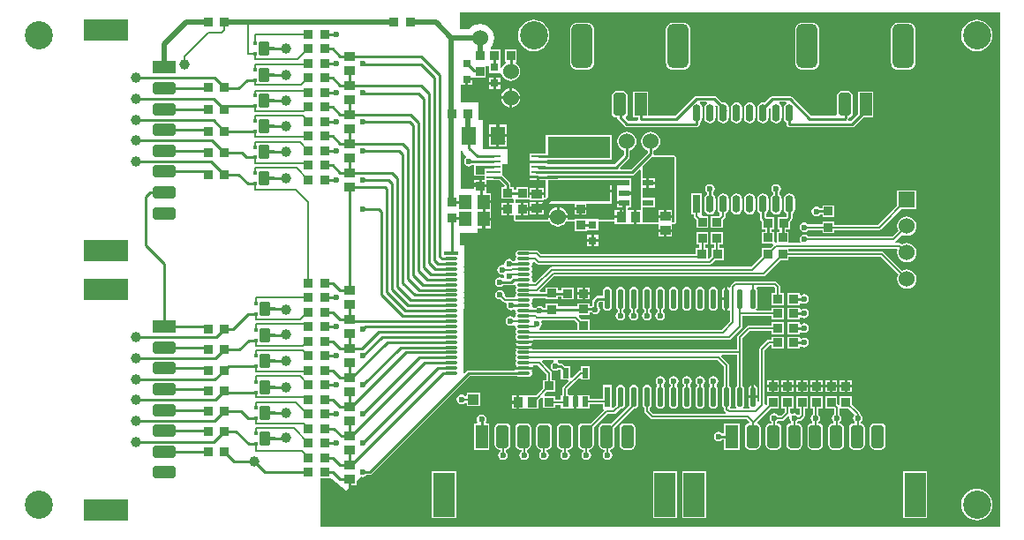
<source format=gtl>
G04 Layer_Physical_Order=1*
G04 Layer_Color=255*
%FSTAX24Y24*%
%MOIN*%
G70*
G01*
G75*
%ADD10R,0.0299X0.0669*%
%ADD11O,0.0299X0.0669*%
%ADD12R,0.0394X0.0394*%
%ADD13R,0.0335X0.0335*%
%ADD14R,0.0335X0.0335*%
%ADD15R,0.0217X0.0768*%
%ADD16O,0.0217X0.0768*%
%ADD17R,0.0236X0.0394*%
%ADD18R,0.0354X0.0394*%
%ADD19R,0.0787X0.1654*%
%ADD20R,0.0472X0.0866*%
G04:AMPARAMS|DCode=21|XSize=47.2mil|YSize=86.6mil|CornerRadius=11.8mil|HoleSize=0mil|Usage=FLASHONLY|Rotation=0.000|XOffset=0mil|YOffset=0mil|HoleType=Round|Shape=RoundedRectangle|*
%AMROUNDEDRECTD21*
21,1,0.0472,0.0630,0,0,0.0*
21,1,0.0236,0.0866,0,0,0.0*
1,1,0.0236,0.0118,-0.0315*
1,1,0.0236,-0.0118,-0.0315*
1,1,0.0236,-0.0118,0.0315*
1,1,0.0236,0.0118,0.0315*
%
%ADD21ROUNDEDRECTD21*%
%ADD22R,0.2362X0.0827*%
%ADD23R,0.0551X0.0709*%
%ADD24R,0.0394X0.0354*%
%ADD25R,0.0532X0.0118*%
%ADD26O,0.0532X0.0118*%
%ADD27R,0.1654X0.0787*%
%ADD28R,0.0866X0.0472*%
G04:AMPARAMS|DCode=29|XSize=47.2mil|YSize=86.6mil|CornerRadius=11.8mil|HoleSize=0mil|Usage=FLASHONLY|Rotation=270.000|XOffset=0mil|YOffset=0mil|HoleType=Round|Shape=RoundedRectangle|*
%AMROUNDEDRECTD29*
21,1,0.0472,0.0630,0,0,270.0*
21,1,0.0236,0.0866,0,0,270.0*
1,1,0.0236,-0.0315,-0.0118*
1,1,0.0236,-0.0315,0.0118*
1,1,0.0236,0.0315,0.0118*
1,1,0.0236,0.0315,-0.0118*
%
%ADD29ROUNDEDRECTD29*%
G04:AMPARAMS|DCode=30|XSize=39.4mil|YSize=51.2mil|CornerRadius=3mil|HoleSize=0mil|Usage=FLASHONLY|Rotation=0.000|XOffset=0mil|YOffset=0mil|HoleType=Round|Shape=RoundedRectangle|*
%AMROUNDEDRECTD30*
21,1,0.0394,0.0453,0,0,0.0*
21,1,0.0335,0.0512,0,0,0.0*
1,1,0.0059,0.0167,-0.0226*
1,1,0.0059,-0.0167,-0.0226*
1,1,0.0059,-0.0167,0.0226*
1,1,0.0059,0.0167,0.0226*
%
%ADD30ROUNDEDRECTD30*%
%ADD31R,0.0177X0.0118*%
%ADD32R,0.0197X0.0122*%
%ADD33R,0.0453X0.0551*%
%ADD34R,0.0413X0.0236*%
%ADD35R,0.0551X0.0110*%
%ADD36R,0.0315X0.0315*%
G04:AMPARAMS|DCode=37|XSize=78.7mil|YSize=165.4mil|CornerRadius=19.7mil|HoleSize=0mil|Usage=FLASHONLY|Rotation=180.000|XOffset=0mil|YOffset=0mil|HoleType=Round|Shape=RoundedRectangle|*
%AMROUNDEDRECTD37*
21,1,0.0787,0.1260,0,0,180.0*
21,1,0.0394,0.1654,0,0,180.0*
1,1,0.0394,-0.0197,0.0630*
1,1,0.0394,0.0197,0.0630*
1,1,0.0394,0.0197,-0.0630*
1,1,0.0394,-0.0197,-0.0630*
%
%ADD37ROUNDEDRECTD37*%
%ADD38C,0.0100*%
%ADD39C,0.0200*%
%ADD40C,0.0080*%
%ADD41C,0.1063*%
%ADD42R,0.0600X0.0600*%
%ADD43C,0.0600*%
%ADD44C,0.0236*%
%ADD45C,0.0394*%
G36*
X046315Y046567D02*
X046315Y02713D01*
X020656Y02713D01*
Y028973D01*
X021051D01*
X021051Y028973D01*
Y028973D01*
X021097Y028942D01*
X021638Y028512D01*
X021833Y028704D01*
X022025D01*
Y028893D01*
X022184Y029049D01*
X022199Y029039D01*
X022269Y029025D01*
X022338Y029039D01*
X022397Y029078D01*
X022408Y029095D01*
X022518D01*
X022518Y029095D01*
X022561Y029103D01*
X022598Y029128D01*
X026301Y032831D01*
X028093D01*
X02814Y032822D01*
X028553D01*
X0286Y032831D01*
X028639Y032857D01*
X028665Y032897D01*
X028675Y032943D01*
X028665Y03299D01*
X028639Y033029D01*
Y033054D01*
X028663Y03309D01*
X028346D01*
X028008D01*
X027987Y033055D01*
X026255D01*
X026212Y033047D01*
X026175Y033022D01*
X026175Y033022D01*
X026111Y032958D01*
X026055Y032981D01*
X026055Y035353D01*
X026085Y035425D01*
X026095Y035502D01*
X026085Y035579D01*
X026076Y035601D01*
X026085Y035622D01*
X026095Y035699D01*
X026085Y035776D01*
X026076Y035797D01*
X026085Y035819D01*
X026095Y035896D01*
X026085Y035973D01*
X026076Y035994D01*
X026085Y036016D01*
X026095Y036093D01*
X026085Y03617D01*
X026076Y036191D01*
X026085Y036212D01*
X026095Y03629D01*
X026085Y036367D01*
X026076Y036388D01*
X026085Y036409D01*
X026095Y036486D01*
X026085Y036563D01*
X026076Y036585D01*
X026085Y036606D01*
X026095Y036683D01*
X026085Y03676D01*
X026076Y036782D01*
X026085Y036803D01*
X026095Y03688D01*
X026085Y036957D01*
X026076Y036978D01*
X026085Y037D01*
X026095Y037077D01*
X02609Y037115D01*
X026093Y037175D01*
X026093Y037175D01*
X026093Y037175D01*
Y037254D01*
X026095Y037274D01*
X026093Y037293D01*
Y037766D01*
X025931D01*
Y03825D01*
X026591D01*
Y038426D01*
X026767D01*
Y038762D01*
X026817D01*
Y038812D01*
X027103D01*
Y039076D01*
Y039362D01*
X026817D01*
Y039462D01*
X027103D01*
Y039747D01*
X026971D01*
X026927Y039788D01*
Y039965D01*
X026473D01*
Y039923D01*
X025953D01*
Y041336D01*
X026014D01*
X026027Y041304D01*
X026073Y041244D01*
X026164Y041153D01*
X026156Y041076D01*
X02614Y041065D01*
X026101Y041006D01*
X026087Y040937D01*
X026101Y040867D01*
X02614Y040808D01*
X026199Y040769D01*
X026268Y040755D01*
X026338Y040769D01*
X026397Y040808D01*
X026408Y040825D01*
X026473D01*
Y040398D01*
X026872D01*
Y040242D01*
X02675D01*
Y040065D01*
X026927D01*
Y040231D01*
X027425D01*
X027614Y040042D01*
X027607Y039982D01*
X027504D01*
Y039528D01*
X027911D01*
X027961Y039509D01*
X027967Y039471D01*
Y039429D01*
X027961Y039388D01*
X027911Y039372D01*
X027782D01*
Y039145D01*
Y038918D01*
X027911D01*
X027961Y038902D01*
X027967Y038861D01*
Y038757D01*
X027986Y038711D01*
X028031Y038692D01*
X029258Y038692D01*
X02928Y038684D01*
X029317Y038668D01*
X029375Y038593D01*
X02945Y038536D01*
X029538Y038499D01*
X029632Y038487D01*
X029725Y038499D01*
X029813Y038536D01*
X029888Y038593D01*
X029946Y038668D01*
X029983Y038684D01*
X030005Y038692D01*
X030254Y038692D01*
Y038318D01*
X030709D01*
Y038318D01*
X030718Y038332D01*
X031153D01*
Y038692D01*
X031779Y038692D01*
Y038593D01*
X032253D01*
Y038593D01*
X03231D01*
Y038593D01*
X032497D01*
Y03885D01*
Y039107D01*
X03231D01*
Y039107D01*
X032303D01*
X032263Y039145D01*
X032287Y039205D01*
X032382D01*
Y039561D01*
X032382D01*
Y039579D01*
X032382D01*
Y039707D01*
X032116D01*
Y039807D01*
X032382D01*
Y039935D01*
X032382D01*
Y039953D01*
X032382D01*
Y040309D01*
X031849D01*
Y040294D01*
X03166D01*
Y040303D01*
X029228D01*
Y040418D01*
X03243D01*
X03243Y040418D01*
X032473Y040426D01*
X032509Y040451D01*
X032698Y04064D01*
X032754Y040617D01*
Y040309D01*
X032755Y040307D01*
Y039955D01*
X032754Y039953D01*
Y039561D01*
X032755Y039559D01*
Y039207D01*
X032754Y039205D01*
Y039107D01*
X032597D01*
Y03885D01*
Y038593D01*
X032784D01*
Y038593D01*
X032796Y038601D01*
X032819Y038592D01*
X033373D01*
X033425Y038571D01*
X033425Y038532D01*
Y038384D01*
X033938D01*
Y038532D01*
X033938Y038571D01*
X03399Y038592D01*
X034033D01*
X034079Y038611D01*
X034098Y038657D01*
Y0411D01*
X034079Y041146D01*
X034033Y041165D01*
X033286D01*
X033242Y041225D01*
X033244Y041231D01*
X033244Y041231D01*
Y041357D01*
X033313Y041386D01*
X033388Y041443D01*
X033446Y041518D01*
X033482Y041606D01*
X033495Y0417D01*
X033482Y041794D01*
X033446Y041882D01*
X033388Y041957D01*
X033313Y042014D01*
X033225Y042051D01*
X033131Y042063D01*
X033038Y042051D01*
X03295Y042014D01*
X032875Y041957D01*
X032817Y041882D01*
X032781Y041794D01*
X032768Y0417D01*
X032781Y041606D01*
X032817Y041518D01*
X032875Y041443D01*
X03295Y041386D01*
X033019Y041357D01*
Y041278D01*
X032384Y040642D01*
X031986D01*
X031961Y040702D01*
X032311Y041052D01*
X032311Y041052D01*
X032335Y041089D01*
X032344Y041132D01*
X032344Y041132D01*
Y041357D01*
X032413Y041386D01*
X032488Y041443D01*
X032546Y041518D01*
X032582Y041606D01*
X032595Y0417D01*
X032582Y041794D01*
X032546Y041882D01*
X032488Y041957D01*
X032413Y042014D01*
X032325Y042051D01*
X032232Y042063D01*
X032138Y042051D01*
X03205Y042014D01*
X031975Y041957D01*
X031917Y041882D01*
X031881Y041794D01*
X031868Y0417D01*
X031881Y041606D01*
X031917Y041518D01*
X031975Y041443D01*
X03205Y041386D01*
X032119Y041357D01*
Y041178D01*
X03178Y040839D01*
X029228D01*
Y040887D01*
X028893D01*
X028557D01*
Y040625D01*
Y040396D01*
X028893D01*
Y040346D01*
X028943D01*
Y040231D01*
X029177D01*
Y039596D01*
X029153Y039572D01*
X029088D01*
Y039666D01*
X028832D01*
X028575D01*
Y039572D01*
X028509D01*
Y039982D01*
X028054D01*
Y039867D01*
X027959D01*
Y039982D01*
X027844D01*
Y040084D01*
X027835Y040127D01*
X027811Y040163D01*
X027811Y040163D01*
X027548Y040426D01*
X027543Y040429D01*
Y040842D01*
X027719D01*
Y041425D01*
X026789D01*
Y042517D01*
X026629D01*
Y043164D01*
X025953D01*
Y043778D01*
X025968Y043832D01*
X026013Y043832D01*
X026135D01*
Y044049D01*
X026185D01*
Y044099D01*
X026409D01*
X026454Y044118D01*
X026463Y044118D01*
X026909D01*
Y044552D01*
X027018D01*
Y044282D01*
X027447Y044282D01*
X027478Y044267D01*
X027501Y044253D01*
X027536Y044168D01*
X027593Y044093D01*
X027668Y044036D01*
X027756Y043999D01*
X02785Y043987D01*
X027944Y043999D01*
X028032Y044036D01*
X028107Y044093D01*
X028164Y044168D01*
X028201Y044256D01*
X028213Y04435D01*
X028201Y044444D01*
X028164Y044532D01*
X028107Y044607D01*
X028034Y044663D01*
X028033Y044669D01*
X028051Y044723D01*
X028074D01*
Y045177D01*
X027619D01*
Y044723D01*
X027649D01*
X027667Y044669D01*
X027666Y044663D01*
X027593Y044607D01*
X027536Y044532D01*
X027513Y044477D01*
X027453Y044489D01*
Y044717D01*
X027464Y044723D01*
Y045177D01*
X027085D01*
Y045245D01*
X02715Y04533D01*
X027204Y04546D01*
X027222Y0456D01*
X027204Y04574D01*
X02715Y04587D01*
X027064Y045982D01*
X026952Y046068D01*
X026821Y046122D01*
X026681Y046141D01*
X026542Y046122D01*
X026411Y046068D01*
X026299Y045982D01*
X026275Y045951D01*
X025931D01*
Y046567D01*
X046315Y046567D01*
D02*
G37*
G36*
X034033Y038657D02*
X033938D01*
Y038816D01*
X033425D01*
Y038657D01*
X032819D01*
Y039205D01*
X033288D01*
Y039561D01*
X032819D01*
Y039953D01*
X032971D01*
Y040131D01*
Y040309D01*
X032819D01*
Y04076D01*
X033159Y0411D01*
X034033D01*
Y038657D01*
D02*
G37*
G36*
X031849Y040207D02*
Y040181D01*
X032116D01*
Y040081D01*
X031849D01*
Y039953D01*
X031849D01*
Y039935D01*
X031849D01*
Y039579D01*
X031849D01*
Y039561D01*
X031849D01*
Y039433D01*
X032116D01*
Y039383D01*
X032166D01*
Y039205D01*
X032178D01*
Y039107D01*
X032066D01*
Y03885D01*
X032016D01*
Y0388D01*
X031779D01*
Y038757D01*
X031153Y038757D01*
Y038767D01*
X030718D01*
X030709Y038772D01*
Y038772D01*
X030254D01*
Y038757D01*
X030005Y038757D01*
X029985Y038779D01*
X029988Y0388D01*
X029632D01*
X029275D01*
X029278Y038779D01*
X029258Y038757D01*
X028031Y038757D01*
Y0389D01*
X028054Y038918D01*
X028061Y038918D01*
X028231D01*
Y039145D01*
Y039372D01*
X028061D01*
X028031Y03939D01*
Y039507D01*
X028575Y039507D01*
Y039479D01*
X029088D01*
Y039507D01*
X029176D01*
X029177Y039477D01*
Y039357D01*
X030254D01*
Y039205D01*
X030709D01*
Y039357D01*
X03166D01*
Y03978D01*
X030419D01*
Y03988D01*
X03166D01*
Y040207D01*
X031849D01*
D02*
G37*
%LPC*%
G36*
X0377Y032682D02*
X037523D01*
Y032505D01*
X0377D01*
Y032682D01*
D02*
G37*
G36*
X0399D02*
X039723D01*
Y032505D01*
X0399D01*
Y032682D01*
D02*
G37*
G36*
X03825D02*
X038073D01*
Y032505D01*
X03825D01*
Y032682D01*
D02*
G37*
G36*
X03935D02*
X039173D01*
Y032505D01*
X03935D01*
Y032682D01*
D02*
G37*
G36*
X040727D02*
X04055D01*
Y032505D01*
X040727D01*
Y032682D01*
D02*
G37*
G36*
X039077D02*
X0389D01*
Y032505D01*
X039077D01*
Y032682D01*
D02*
G37*
G36*
X040177D02*
X04D01*
Y032505D01*
X040177D01*
Y032682D01*
D02*
G37*
G36*
X04045D02*
X040273D01*
Y032505D01*
X04045D01*
Y032682D01*
D02*
G37*
G36*
X038764Y035977D02*
X038309D01*
Y035523D01*
X038764D01*
Y03558D01*
X038824Y035608D01*
X038862Y035582D01*
X038932Y035568D01*
X039001Y035582D01*
X03906Y035622D01*
X039099Y03568D01*
X039113Y03575D01*
X039099Y035819D01*
X03906Y035878D01*
X039001Y035918D01*
X038932Y035932D01*
X038862Y035918D01*
X038824Y035892D01*
X038764Y03592D01*
Y035977D01*
D02*
G37*
G36*
X0399Y032405D02*
X039723D01*
Y032228D01*
X0399D01*
Y032405D01*
D02*
G37*
G36*
X03935D02*
X039173D01*
Y032228D01*
X03935D01*
Y032405D01*
D02*
G37*
G36*
X039627D02*
X03945D01*
Y032228D01*
X039627D01*
Y032405D01*
D02*
G37*
G36*
X040727D02*
X04055D01*
Y032228D01*
X040727D01*
Y032405D01*
D02*
G37*
G36*
X0388Y032682D02*
X038623D01*
Y032505D01*
X0388D01*
Y032682D01*
D02*
G37*
G36*
X040177Y032405D02*
X04D01*
Y032228D01*
X040177D01*
Y032405D01*
D02*
G37*
G36*
X04045D02*
X040273D01*
Y032228D01*
X04045D01*
Y032405D01*
D02*
G37*
G36*
X038527Y032682D02*
X03835D01*
Y032505D01*
X038527D01*
Y032682D01*
D02*
G37*
G36*
X033494Y036208D02*
X033428Y036194D01*
X033372Y036157D01*
X033335Y036102D01*
X033322Y036036D01*
Y035485D01*
X033335Y035419D01*
X033372Y035363D01*
X033392Y035351D01*
Y035256D01*
X033365Y035238D01*
X033326Y03518D01*
X033312Y03511D01*
X033326Y035041D01*
X033365Y034982D01*
X033424Y034942D01*
X033494Y034928D01*
X033563Y034942D01*
X033622Y034982D01*
X033661Y035041D01*
X033675Y03511D01*
X033661Y03518D01*
X033622Y035238D01*
X033596Y035256D01*
Y035351D01*
X033615Y035363D01*
X033652Y035419D01*
X033665Y035485D01*
Y036036D01*
X033652Y036102D01*
X033615Y036157D01*
X033559Y036194D01*
X033494Y036208D01*
D02*
G37*
G36*
X038764Y035427D02*
X038309D01*
Y034973D01*
X038764D01*
Y03503D01*
X038824Y035058D01*
X038862Y035032D01*
X038932Y035018D01*
X039001Y035032D01*
X03906Y035072D01*
X039099Y035131D01*
X039113Y0352D01*
X039099Y035269D01*
X03906Y035328D01*
X039001Y035368D01*
X038932Y035382D01*
X038862Y035368D01*
X038824Y035342D01*
X038764Y03537D01*
Y035427D01*
D02*
G37*
G36*
X032494Y036208D02*
X032428Y036194D01*
X032372Y036157D01*
X032335Y036102D01*
X032322Y036036D01*
Y035485D01*
X032335Y035419D01*
X032372Y035363D01*
X032392Y035351D01*
Y035256D01*
X032365Y035238D01*
X032326Y03518D01*
X032312Y03511D01*
X032326Y035041D01*
X032365Y034982D01*
X032424Y034942D01*
X032494Y034928D01*
X032563Y034942D01*
X032622Y034982D01*
X032661Y035041D01*
X032675Y03511D01*
X032661Y03518D01*
X032622Y035238D01*
X032596Y035256D01*
Y035351D01*
X032615Y035363D01*
X032652Y035419D01*
X032665Y035485D01*
Y036036D01*
X032652Y036102D01*
X032615Y036157D01*
X032559Y036194D01*
X032494Y036208D01*
D02*
G37*
G36*
X032994D02*
X032928Y036194D01*
X032872Y036157D01*
X032835Y036102D01*
X032822Y036036D01*
Y035485D01*
X032835Y035419D01*
X032872Y035363D01*
X032892Y035351D01*
Y035256D01*
X032865Y035238D01*
X032826Y03518D01*
X032812Y03511D01*
X032826Y035041D01*
X032865Y034982D01*
X032924Y034942D01*
X032994Y034928D01*
X033063Y034942D01*
X033122Y034982D01*
X033161Y035041D01*
X033175Y03511D01*
X033161Y03518D01*
X033122Y035238D01*
X033096Y035256D01*
Y035351D01*
X033115Y035363D01*
X033152Y035419D01*
X033165Y035485D01*
Y036036D01*
X033152Y036102D01*
X033115Y036157D01*
X033059Y036194D01*
X032994Y036208D01*
D02*
G37*
G36*
X034494D02*
X034428Y036194D01*
X034372Y036157D01*
X034335Y036102D01*
X034322Y036036D01*
Y035485D01*
X034335Y035419D01*
X034372Y035363D01*
X034428Y035326D01*
X034494Y035313D01*
X034559Y035326D01*
X034615Y035363D01*
X034652Y035419D01*
X034665Y035485D01*
Y036036D01*
X034652Y036102D01*
X034615Y036157D01*
X034559Y036194D01*
X034494Y036208D01*
D02*
G37*
G36*
X034994D02*
X034928Y036194D01*
X034872Y036157D01*
X034835Y036102D01*
X034822Y036036D01*
Y035485D01*
X034835Y035419D01*
X034872Y035363D01*
X034928Y035326D01*
X034994Y035313D01*
X035059Y035326D01*
X035115Y035363D01*
X035152Y035419D01*
X035165Y035485D01*
Y036036D01*
X035152Y036102D01*
X035115Y036157D01*
X035059Y036194D01*
X034994Y036208D01*
D02*
G37*
G36*
X035494D02*
X035428Y036194D01*
X035372Y036157D01*
X035335Y036102D01*
X035322Y036036D01*
Y035485D01*
X035335Y035419D01*
X035372Y035363D01*
X035428Y035326D01*
X035494Y035313D01*
X035559Y035326D01*
X035615Y035363D01*
X035652Y035419D01*
X035665Y035485D01*
Y036036D01*
X035652Y036102D01*
X035615Y036157D01*
X035559Y036194D01*
X035494Y036208D01*
D02*
G37*
G36*
X033994D02*
X033928Y036194D01*
X033872Y036157D01*
X033835Y036102D01*
X033822Y036036D01*
Y035485D01*
X033835Y035419D01*
X033872Y035363D01*
X033928Y035326D01*
X033994Y035313D01*
X034059Y035326D01*
X034115Y035363D01*
X034152Y035419D01*
X034165Y035485D01*
Y036036D01*
X034152Y036102D01*
X034115Y036157D01*
X034059Y036194D01*
X033994Y036208D01*
D02*
G37*
G36*
X037977Y032682D02*
X0378D01*
Y032505D01*
X037977D01*
Y032682D01*
D02*
G37*
G36*
X038764Y034327D02*
X038309D01*
Y033873D01*
X038764D01*
Y03393D01*
X038824Y033958D01*
X038862Y033932D01*
X038932Y033918D01*
X039001Y033932D01*
X03906Y033972D01*
X039099Y03403D01*
X039113Y0341D01*
X039099Y034169D01*
X03906Y034228D01*
X039001Y034268D01*
X038932Y034282D01*
X038862Y034268D01*
X038824Y034242D01*
X038764Y03427D01*
Y034327D01*
D02*
G37*
G36*
X039627Y032682D02*
X03945D01*
Y032505D01*
X039627D01*
Y032682D01*
D02*
G37*
G36*
X035944Y03571D02*
X035822D01*
Y035485D01*
X035835Y035419D01*
X035872Y035363D01*
X035928Y035326D01*
X035944Y035323D01*
Y03571D01*
D02*
G37*
G36*
X038764Y034877D02*
X038309D01*
Y034423D01*
X038764D01*
Y03448D01*
X038824Y034508D01*
X038862Y034482D01*
X038932Y034468D01*
X039001Y034482D01*
X03906Y034522D01*
X039099Y034581D01*
X039113Y03465D01*
X039099Y03472D01*
X03906Y034778D01*
X039001Y034818D01*
X038932Y034832D01*
X038862Y034818D01*
X038824Y034792D01*
X038764Y03482D01*
Y034877D01*
D02*
G37*
G36*
X031994Y036208D02*
X031928Y036194D01*
X031872Y036157D01*
X031835Y036102D01*
X031822Y036036D01*
Y035485D01*
X031835Y035419D01*
X031872Y035363D01*
X031892Y035351D01*
Y035256D01*
X031865Y035238D01*
X031826Y03518D01*
X031812Y03511D01*
X031826Y035041D01*
X031865Y034982D01*
X031924Y034942D01*
X031994Y034928D01*
X032063Y034942D01*
X032122Y034982D01*
X032161Y035041D01*
X032175Y03511D01*
X032161Y03518D01*
X032122Y035238D01*
X032096Y035256D01*
Y035351D01*
X032115Y035363D01*
X032152Y035419D01*
X032165Y035485D01*
Y036036D01*
X032152Y036102D01*
X032115Y036157D01*
X032059Y036194D01*
X031994Y036208D01*
D02*
G37*
G36*
X028663Y034074D02*
X028346D01*
X02803D01*
X028054Y034038D01*
Y034013D01*
X02803Y033977D01*
X028346D01*
X028663D01*
X028639Y034013D01*
Y034038D01*
X028663Y034074D01*
D02*
G37*
G36*
X038154Y034877D02*
X037699D01*
Y034752D01*
X036832D01*
X036792Y034744D01*
X036759Y034722D01*
X036422Y034384D01*
X0364Y034351D01*
X036392Y034312D01*
Y033832D01*
X028705D01*
X028689Y033851D01*
X028676Y033877D01*
X028346D01*
X02803D01*
X028054Y033841D01*
Y033816D01*
X028028Y033777D01*
X028018Y03373D01*
X028028Y033684D01*
X028054Y033645D01*
Y033619D01*
X028028Y03358D01*
X028018Y033534D01*
X028028Y033487D01*
X028054Y033448D01*
Y033423D01*
X028028Y033383D01*
X028018Y033337D01*
X028028Y03329D01*
X028054Y033251D01*
Y033226D01*
X02803Y03319D01*
X028346D01*
X028676D01*
X028689Y033216D01*
X028705Y033235D01*
X028875D01*
X029192Y032918D01*
Y032692D01*
X029066D01*
Y032382D01*
X028801Y032117D01*
X028425D01*
X028422Y032117D01*
X028365D01*
X028362Y032117D01*
X028178D01*
Y03186D01*
Y031603D01*
X028362D01*
X028365Y031603D01*
X028422D01*
X028425Y031603D01*
X028897D01*
Y031924D01*
X029006Y032034D01*
X029066Y032009D01*
Y031628D01*
X029521D01*
Y031753D01*
X029742D01*
Y031612D01*
X030056D01*
X030098Y031612D01*
X030158Y031612D01*
X030244D01*
Y031869D01*
Y032126D01*
X030158D01*
X030116Y032126D01*
X030068Y032126D01*
X030008Y032155D01*
Y03233D01*
X030434Y032756D01*
X03049Y032733D01*
Y032694D01*
X030846D01*
Y033208D01*
X03049D01*
Y033053D01*
X030485D01*
X030446Y033046D01*
X030413Y033023D01*
X030153Y032764D01*
X030098Y032787D01*
Y033208D01*
X029904D01*
X029823Y033289D01*
X029787Y033314D01*
X029744Y033322D01*
X029744Y033322D01*
X029683D01*
X029672Y033338D01*
X029622Y033372D01*
X029625Y033411D01*
X029632Y033432D01*
X035656D01*
X035892Y033196D01*
Y032469D01*
X035872Y032457D01*
X035835Y032401D01*
X035822Y032335D01*
Y031784D01*
X035835Y031718D01*
X035872Y031663D01*
X035892Y03165D01*
Y031588D01*
X0359Y031549D01*
X035922Y031516D01*
X035975Y031462D01*
X03595Y031402D01*
X033246D01*
X033096Y031552D01*
Y03165D01*
X033115Y031663D01*
X033152Y031718D01*
X033165Y031784D01*
Y032335D01*
X033152Y032401D01*
X033115Y032457D01*
X033059Y032494D01*
X032994Y032507D01*
X032928Y032494D01*
X032872Y032457D01*
X032835Y032401D01*
X032822Y032335D01*
Y031784D01*
X032835Y031718D01*
X032872Y031663D01*
X032892Y03165D01*
Y03151D01*
X032899Y031471D01*
X032922Y031438D01*
X033132Y031228D01*
X033165Y031206D01*
X033204Y031198D01*
X036758D01*
X036848Y031107D01*
X036829Y031042D01*
X036797Y031036D01*
X036738Y030997D01*
X036698Y030938D01*
X036685Y030868D01*
Y030238D01*
X036698Y030169D01*
X036738Y03011D01*
X036797Y030071D01*
X036866Y030057D01*
X037102D01*
X037172Y030071D01*
X037231Y03011D01*
X03727Y030169D01*
X037284Y030238D01*
Y030868D01*
X03727Y030938D01*
X037231Y030997D01*
X037172Y031036D01*
X03717Y031036D01*
X037151Y031101D01*
X037667Y031618D01*
X037977D01*
Y032072D01*
X037523D01*
Y031775D01*
X03749Y031749D01*
X037433Y031778D01*
Y033808D01*
X037624Y033998D01*
X037699D01*
Y033873D01*
X038154D01*
Y034327D01*
X037699D01*
Y034202D01*
X037582D01*
X037542Y034194D01*
X037509Y034172D01*
X037259Y033922D01*
X037237Y033889D01*
X03723Y03385D01*
Y031851D01*
X037225Y031848D01*
X037165Y03188D01*
Y03201D01*
X036994D01*
Y03206D01*
D01*
Y03201D01*
X036822D01*
Y031784D01*
X036835Y031718D01*
X036872Y031663D01*
X036874Y031662D01*
X036855Y031602D01*
X036632D01*
X036614Y031662D01*
X036615Y031663D01*
X036652Y031718D01*
X036665Y031784D01*
Y032335D01*
X036652Y032401D01*
X036615Y032457D01*
X036596Y032469D01*
Y03427D01*
X036874Y034548D01*
X037699D01*
Y034423D01*
X038154D01*
Y034877D01*
D02*
G37*
G36*
X041827Y03105D02*
X041591D01*
X041521Y031036D01*
X041462Y030997D01*
X041423Y030938D01*
X041409Y030868D01*
Y030238D01*
X041423Y030169D01*
X041462Y03011D01*
X041521Y030071D01*
X041591Y030057D01*
X041827D01*
X041896Y030071D01*
X041955Y03011D01*
X041995Y030169D01*
X042008Y030238D01*
Y030868D01*
X041995Y030938D01*
X041955Y030997D01*
X041896Y031036D01*
X041827Y03105D01*
D02*
G37*
G36*
X026748Y031387D02*
X026679Y031373D01*
X02662Y031334D01*
X02658Y031275D01*
X026566Y031206D01*
X02658Y031136D01*
X0266Y031106D01*
X026568Y031046D01*
X026452D01*
Y03006D01*
X027044D01*
Y031046D01*
X026928D01*
X026896Y031106D01*
X026916Y031136D01*
X02693Y031206D01*
X026916Y031275D01*
X026876Y031334D01*
X026818Y031373D01*
X026748Y031387D01*
D02*
G37*
G36*
X032378Y03105D02*
X032142D01*
X032072Y031036D01*
X032013Y030997D01*
X031974Y030938D01*
X03196Y030868D01*
Y030238D01*
X031974Y030169D01*
X032013Y03011D01*
X032072Y030071D01*
X032142Y030057D01*
X032378D01*
X032447Y030071D01*
X032506Y03011D01*
X032546Y030169D01*
X03256Y030238D01*
Y030868D01*
X032546Y030938D01*
X032506Y030997D01*
X032447Y031036D01*
X032378Y03105D01*
D02*
G37*
G36*
X039627Y032072D02*
X039173D01*
Y031618D01*
X039248D01*
Y031396D01*
X039222Y031378D01*
X039182Y031319D01*
X039168Y03125D01*
X039182Y031181D01*
X039222Y031122D01*
X039239Y03111D01*
X039236Y03105D01*
X039228D01*
X039159Y031036D01*
X0391Y030997D01*
X039061Y030938D01*
X039047Y030868D01*
Y030238D01*
X039061Y030169D01*
X0391Y03011D01*
X039159Y030071D01*
X039228Y030057D01*
X039465D01*
X039534Y030071D01*
X039593Y03011D01*
X039632Y030169D01*
X039646Y030238D01*
Y030868D01*
X039632Y030938D01*
X039593Y030997D01*
X039534Y031036D01*
X039465Y03105D01*
X039464D01*
X039461Y03111D01*
X039478Y031122D01*
X039518Y031181D01*
X039532Y03125D01*
X039518Y031319D01*
X039478Y031378D01*
X039452Y031396D01*
Y031618D01*
X039627D01*
Y032072D01*
D02*
G37*
G36*
X039077D02*
X038623D01*
Y031618D01*
X038748D01*
Y031392D01*
X038744Y031388D01*
X038678Y031378D01*
X038619Y031418D01*
X03855Y031432D01*
X038481Y031418D01*
X038453Y031399D01*
X038399Y031436D01*
X038402Y03145D01*
Y031618D01*
X038527D01*
Y032072D01*
X038073D01*
Y031618D01*
X038198D01*
Y031492D01*
X038058Y031352D01*
X037946D01*
X037928Y031378D01*
X03787Y031418D01*
X0378Y031432D01*
X037731Y031418D01*
X037672Y031378D01*
X037632Y031319D01*
X037618Y03125D01*
X037632Y031181D01*
X037672Y031122D01*
X037689Y03111D01*
X037686Y03105D01*
X037654D01*
X037584Y031036D01*
X037525Y030997D01*
X037486Y030938D01*
X037472Y030868D01*
Y030238D01*
X037486Y030169D01*
X037525Y03011D01*
X037584Y030071D01*
X037654Y030057D01*
X03789D01*
X037959Y030071D01*
X038018Y03011D01*
X038058Y030169D01*
X038071Y030238D01*
Y030868D01*
X038058Y030938D01*
X038018Y030997D01*
X037959Y031036D01*
X037902Y031047D01*
X037902Y031104D01*
X037928Y031122D01*
X037946Y031148D01*
X0381D01*
X038139Y031156D01*
X038172Y031178D01*
X038323Y031329D01*
X038378Y031299D01*
X038368Y03125D01*
X038382Y031181D01*
X038422Y031122D01*
X03844Y031109D01*
X038441Y031067D01*
X038438Y031049D01*
X038371Y031036D01*
X038313Y030997D01*
X038273Y030938D01*
X038259Y030868D01*
Y030238D01*
X038273Y030169D01*
X038313Y03011D01*
X038371Y030071D01*
X038441Y030057D01*
X038677D01*
X038747Y030071D01*
X038806Y03011D01*
X038845Y030169D01*
X038859Y030238D01*
Y030868D01*
X038845Y030938D01*
X038806Y030997D01*
X038747Y031036D01*
X038679Y03105D01*
X038676Y03106D01*
X038668Y03111D01*
X038704Y031148D01*
X03875D01*
X038789Y031156D01*
X038822Y031178D01*
X038922Y031278D01*
X038944Y031311D01*
X038952Y03135D01*
Y031618D01*
X039077D01*
Y032072D01*
D02*
G37*
G36*
X028078Y03181D02*
X027891D01*
Y031603D01*
X028078D01*
Y03181D01*
D02*
G37*
G36*
X036493Y031046D02*
X035901D01*
Y030665D01*
X03584D01*
X035829Y030682D01*
X03577Y030721D01*
X0357Y030735D01*
X035631Y030721D01*
X035572Y030682D01*
X035533Y030623D01*
X035519Y030553D01*
X035533Y030484D01*
X035572Y030425D01*
X035631Y030386D01*
X0357Y030372D01*
X03577Y030386D01*
X035829Y030425D01*
X03584Y030441D01*
X035901D01*
Y03006D01*
X036493D01*
Y031046D01*
D02*
G37*
G36*
X032494Y032507D02*
X032428Y032494D01*
X032372Y032457D01*
X032335Y032401D01*
X032322Y032335D01*
Y031784D01*
X032333Y031728D01*
X031645Y031039D01*
X031591Y03105D01*
X031354D01*
X031285Y031036D01*
X031226Y030997D01*
X031187Y030938D01*
X031173Y030868D01*
Y030238D01*
X031187Y030169D01*
X031226Y03011D01*
X031285Y030071D01*
X031354Y030057D01*
X031398D01*
Y029996D01*
X031372Y029978D01*
X031332Y02992D01*
X031318Y02985D01*
X031332Y02978D01*
X031372Y029722D01*
X03143Y029682D01*
X0315Y029668D01*
X031569Y029682D01*
X031628Y029722D01*
X031668Y02978D01*
X031682Y02985D01*
X031668Y02992D01*
X031628Y029978D01*
X031602Y029996D01*
Y030059D01*
X03166Y030071D01*
X031719Y03011D01*
X031758Y030169D01*
X031772Y030238D01*
Y030868D01*
X031771Y030876D01*
X03251Y031616D01*
X032559Y031626D01*
X032615Y031663D01*
X032652Y031718D01*
X032665Y031784D01*
Y032335D01*
X032652Y032401D01*
X032615Y032457D01*
X032559Y032494D01*
X032494Y032507D01*
D02*
G37*
G36*
X030016Y03105D02*
X02978D01*
X02971Y031036D01*
X029651Y030997D01*
X029612Y030938D01*
X029598Y030868D01*
Y030238D01*
X029612Y030169D01*
X029651Y03011D01*
X02971Y030071D01*
X02978Y030057D01*
X029798D01*
Y029996D01*
X029772Y029978D01*
X029732Y02992D01*
X029718Y02985D01*
X029732Y02978D01*
X029772Y029722D01*
X029831Y029682D01*
X0299Y029668D01*
X029969Y029682D01*
X030028Y029722D01*
X030068Y02978D01*
X030082Y02985D01*
X030068Y02992D01*
X030028Y029978D01*
X030002Y029996D01*
Y030057D01*
X030016D01*
X030085Y030071D01*
X030144Y03011D01*
X030184Y030169D01*
X030197Y030238D01*
Y030868D01*
X030184Y030938D01*
X030144Y030997D01*
X030085Y031036D01*
X030016Y03105D01*
D02*
G37*
G36*
X034131Y029243D02*
X033223D01*
Y02747D01*
X034131D01*
Y029243D01*
D02*
G37*
G36*
X035233D02*
X034326D01*
Y02747D01*
X035233D01*
Y029243D01*
D02*
G37*
G36*
X045449Y028579D02*
X045333Y028567D01*
X045221Y028533D01*
X045119Y028478D01*
X045029Y028405D01*
X044955Y028314D01*
X0449Y028212D01*
X044866Y0281D01*
X044854Y027984D01*
X044866Y027868D01*
X0449Y027757D01*
X044955Y027654D01*
X045029Y027564D01*
X045119Y02749D01*
X045221Y027435D01*
X045333Y027401D01*
X045449Y02739D01*
X045565Y027401D01*
X045676Y027435D01*
X045779Y02749D01*
X045869Y027564D01*
X045943Y027654D01*
X045998Y027757D01*
X046032Y027868D01*
X046043Y027984D01*
X046032Y0281D01*
X045998Y028212D01*
X045943Y028314D01*
X045869Y028405D01*
X045779Y028478D01*
X045676Y028533D01*
X045565Y028567D01*
X045449Y028579D01*
D02*
G37*
G36*
X025784Y029243D02*
X024877D01*
Y02747D01*
X025784D01*
Y029243D01*
D02*
G37*
G36*
X028441Y03105D02*
X028205D01*
X028135Y031036D01*
X028076Y030997D01*
X028037Y030938D01*
X028023Y030868D01*
Y030238D01*
X028037Y030169D01*
X028076Y03011D01*
X028135Y030071D01*
X028205Y030057D01*
X028248D01*
Y029996D01*
X028222Y029978D01*
X028182Y02992D01*
X028168Y02985D01*
X028182Y02978D01*
X028222Y029722D01*
X02828Y029682D01*
X02835Y029668D01*
X028419Y029682D01*
X028478Y029722D01*
X028518Y02978D01*
X028532Y02985D01*
X028518Y02992D01*
X028478Y029978D01*
X028452Y029996D01*
Y030059D01*
X02851Y030071D01*
X028569Y03011D01*
X028609Y030169D01*
X028623Y030238D01*
Y030868D01*
X028609Y030938D01*
X028569Y030997D01*
X02851Y031036D01*
X028441Y03105D01*
D02*
G37*
G36*
X029228D02*
X028992D01*
X028923Y031036D01*
X028864Y030997D01*
X028824Y030938D01*
X028811Y030868D01*
Y030238D01*
X028824Y030169D01*
X028864Y03011D01*
X028923Y030071D01*
X028992Y030057D01*
X028998D01*
Y029996D01*
X028972Y029978D01*
X028932Y02992D01*
X028918Y02985D01*
X028932Y02978D01*
X028972Y029722D01*
X02903Y029682D01*
X0291Y029668D01*
X029169Y029682D01*
X029228Y029722D01*
X029268Y02978D01*
X029282Y02985D01*
X029268Y02992D01*
X029228Y029978D01*
X029202Y029996D01*
Y030057D01*
X029228D01*
X029298Y030071D01*
X029357Y03011D01*
X029396Y030169D01*
X02941Y030238D01*
Y030868D01*
X029396Y030938D01*
X029357Y030997D01*
X029298Y031036D01*
X029228Y03105D01*
D02*
G37*
G36*
X04358Y029243D02*
X042672D01*
Y02747D01*
X04358D01*
Y029243D01*
D02*
G37*
G36*
X027654Y03105D02*
X027417D01*
X027348Y031036D01*
X027289Y030997D01*
X02725Y030938D01*
X027236Y030868D01*
Y030238D01*
X02725Y030169D01*
X027289Y03011D01*
X027348Y030071D01*
X027417Y030057D01*
X027448D01*
Y029996D01*
X027422Y029978D01*
X027382Y02992D01*
X027368Y02985D01*
X027382Y02978D01*
X027422Y029722D01*
X02748Y029682D01*
X02755Y029668D01*
X02762Y029682D01*
X027678Y029722D01*
X027718Y02978D01*
X027732Y02985D01*
X027718Y02992D01*
X027678Y029978D01*
X027652Y029996D01*
Y030057D01*
X027654D01*
X027723Y030071D01*
X027782Y03011D01*
X027821Y030169D01*
X027835Y030238D01*
Y030868D01*
X027821Y030938D01*
X027782Y030997D01*
X027723Y031036D01*
X027654Y03105D01*
D02*
G37*
G36*
X0377Y032405D02*
X037523D01*
Y032228D01*
X0377D01*
Y032405D01*
D02*
G37*
G36*
X037977D02*
X0378D01*
Y032228D01*
X037977D01*
Y032405D01*
D02*
G37*
G36*
X036944Y032497D02*
X036928Y032494D01*
X036872Y032457D01*
X036835Y032401D01*
X036822Y032335D01*
Y03211D01*
X036944D01*
Y032497D01*
D02*
G37*
G36*
X037044D02*
Y03211D01*
X037165D01*
Y032335D01*
X037152Y032401D01*
X037115Y032457D01*
X037059Y032494D01*
X037044Y032497D01*
D02*
G37*
G36*
X0388Y032405D02*
X038623D01*
Y032228D01*
X0388D01*
Y032405D01*
D02*
G37*
G36*
X039077D02*
X0389D01*
Y032228D01*
X039077D01*
Y032405D01*
D02*
G37*
G36*
X03825D02*
X038073D01*
Y032228D01*
X03825D01*
Y032405D01*
D02*
G37*
G36*
X038527D02*
X03835D01*
Y032228D01*
X038527D01*
Y032405D01*
D02*
G37*
G36*
X026701Y032217D02*
X026187D01*
Y0321D01*
X026127Y032081D01*
X026122Y032088D01*
X026063Y032128D01*
X025994Y032142D01*
X025924Y032128D01*
X025865Y032088D01*
X025826Y03203D01*
X025812Y03196D01*
X025826Y03189D01*
X025865Y031832D01*
X025924Y031792D01*
X025994Y031778D01*
X026063Y031792D01*
X026122Y031832D01*
X026127Y031839D01*
X026187Y03182D01*
Y031703D01*
X026701D01*
Y032217D01*
D02*
G37*
G36*
X034506Y032838D02*
X034437Y032824D01*
X034378Y032785D01*
X034339Y032726D01*
X034325Y032656D01*
X034339Y032587D01*
X034378Y032528D01*
X034383Y032524D01*
Y032464D01*
X034372Y032457D01*
X034335Y032401D01*
X034322Y032335D01*
Y031784D01*
X034335Y031718D01*
X034372Y031663D01*
X034428Y031626D01*
X034494Y031612D01*
X034559Y031626D01*
X034615Y031663D01*
X034652Y031718D01*
X034665Y031784D01*
Y032335D01*
X034652Y032401D01*
X034615Y032457D01*
X034624Y03252D01*
X034635Y032528D01*
X034674Y032587D01*
X034688Y032656D01*
X034674Y032726D01*
X034635Y032785D01*
X034576Y032824D01*
X034506Y032838D01*
D02*
G37*
G36*
X035006D02*
X034937Y032824D01*
X034878Y032785D01*
X034839Y032726D01*
X034825Y032656D01*
X034839Y032587D01*
X034878Y032528D01*
X034883Y032524D01*
Y032464D01*
X034872Y032457D01*
X034835Y032401D01*
X034822Y032335D01*
Y031784D01*
X034835Y031718D01*
X034872Y031663D01*
X034928Y031626D01*
X034994Y031612D01*
X035059Y031626D01*
X035115Y031663D01*
X035152Y031718D01*
X035165Y031784D01*
Y032335D01*
X035152Y032401D01*
X035115Y032457D01*
X035124Y03252D01*
X035135Y032528D01*
X035174Y032587D01*
X035188Y032656D01*
X035174Y032726D01*
X035135Y032785D01*
X035076Y032824D01*
X035006Y032838D01*
D02*
G37*
G36*
X0335Y032832D02*
X033431Y032818D01*
X033372Y032778D01*
X033332Y03272D01*
X033318Y03265D01*
X033332Y03258D01*
X03337Y032525D01*
X033372Y032519D01*
X033372Y032457D01*
X033335Y032401D01*
X033322Y032335D01*
Y031784D01*
X033335Y031718D01*
X033372Y031663D01*
X033428Y031626D01*
X033494Y031612D01*
X033559Y031626D01*
X033615Y031663D01*
X033652Y031718D01*
X033665Y031784D01*
Y032335D01*
X033652Y032401D01*
X033615Y032457D01*
X033623Y032518D01*
X033628Y032522D01*
X033668Y03258D01*
X033682Y03265D01*
X033668Y03272D01*
X033628Y032778D01*
X03357Y032818D01*
X0335Y032832D01*
D02*
G37*
G36*
X034006Y032838D02*
X033937Y032824D01*
X033878Y032785D01*
X033839Y032726D01*
X033825Y032656D01*
X033839Y032587D01*
X033878Y032528D01*
X033883Y032524D01*
Y032464D01*
X033872Y032457D01*
X033835Y032401D01*
X033822Y032335D01*
Y031784D01*
X033835Y031718D01*
X033872Y031663D01*
X033928Y031626D01*
X033994Y031612D01*
X034059Y031626D01*
X034115Y031663D01*
X034152Y031718D01*
X034165Y031784D01*
Y032335D01*
X034152Y032401D01*
X034115Y032457D01*
X034124Y03252D01*
X034135Y032528D01*
X034174Y032587D01*
X034188Y032656D01*
X034174Y032726D01*
X034135Y032785D01*
X034076Y032824D01*
X034006Y032838D01*
D02*
G37*
G36*
X040727Y032072D02*
X040273D01*
Y031755D01*
X04022Y031732D01*
X040177Y031769D01*
Y032072D01*
X039723D01*
Y031618D01*
X040033D01*
X040048Y031603D01*
Y031396D01*
X040022Y031378D01*
X039982Y031319D01*
X039968Y03125D01*
X039982Y031181D01*
X040022Y031122D01*
X040039Y03111D01*
X040036Y03105D01*
X040016D01*
X039946Y031036D01*
X039887Y030997D01*
X039848Y030938D01*
X039834Y030868D01*
Y030238D01*
X039848Y030169D01*
X039887Y03011D01*
X039946Y030071D01*
X040016Y030057D01*
X040252D01*
X040321Y030071D01*
X04038Y03011D01*
X04042Y030169D01*
X040434Y030238D01*
Y030868D01*
X04042Y030938D01*
X04038Y030997D01*
X040321Y031036D01*
X040258Y031049D01*
X040257Y031105D01*
X040257Y031108D01*
X040278Y031122D01*
X040318Y031181D01*
X040332Y03125D01*
X040318Y031319D01*
X040278Y031378D01*
X040252Y031396D01*
Y031566D01*
X040273Y031618D01*
X040312Y031618D01*
X040583D01*
X040822Y031379D01*
X040822Y031378D01*
X040782Y031319D01*
X040768Y03125D01*
X040782Y031181D01*
X040822Y031122D01*
X040839Y03111D01*
X040836Y03105D01*
X040803D01*
X040734Y031036D01*
X040675Y030997D01*
X040635Y030938D01*
X040622Y030868D01*
Y030238D01*
X040635Y030169D01*
X040675Y03011D01*
X040734Y030071D01*
X040803Y030057D01*
X041039D01*
X041109Y030071D01*
X041168Y03011D01*
X041207Y030169D01*
X041221Y030238D01*
Y030868D01*
X041207Y030938D01*
X041168Y030997D01*
X041109Y031036D01*
X041052Y031047D01*
Y031104D01*
X041078Y031122D01*
X041118Y031181D01*
X041132Y03125D01*
X041118Y031319D01*
X041078Y031378D01*
X041052Y031396D01*
X041044Y031434D01*
X041022Y031467D01*
X040727Y031762D01*
Y032072D01*
D02*
G37*
G36*
X028078Y032117D02*
X027891D01*
Y03191D01*
X028078D01*
Y032117D01*
D02*
G37*
G36*
X0355Y032832D02*
X035431Y032818D01*
X035372Y032778D01*
X035332Y03272D01*
X035318Y03265D01*
X035332Y03258D01*
X035371Y032522D01*
X035372Y032521D01*
X035372Y032457D01*
X035335Y032401D01*
X035322Y032335D01*
Y031784D01*
X035335Y031718D01*
X035372Y031663D01*
X035428Y031626D01*
X035494Y031612D01*
X035559Y031626D01*
X035615Y031663D01*
X035652Y031718D01*
X035665Y031784D01*
Y032335D01*
X035652Y032401D01*
X035615Y032457D01*
X035626Y03252D01*
X035628Y032522D01*
X035668Y03258D01*
X035682Y03265D01*
X035668Y03272D01*
X035628Y032778D01*
X03557Y032818D01*
X0355Y032832D01*
D02*
G37*
G36*
X031994Y032507D02*
X031928Y032494D01*
X031872Y032457D01*
X031835Y032401D01*
X031822Y032335D01*
Y031784D01*
X031831Y031741D01*
X031722Y031632D01*
X031662Y031657D01*
Y031672D01*
Y032503D01*
X031325D01*
Y031971D01*
X030846D01*
Y032126D01*
X030532D01*
X03049Y032126D01*
X03043Y032126D01*
X030344D01*
Y031869D01*
Y031612D01*
X03043D01*
X030472Y031612D01*
X030532Y031612D01*
X030846D01*
Y031767D01*
X031325D01*
Y031616D01*
X031337D01*
X031362Y031556D01*
X030847Y031041D01*
X030803Y03105D01*
X030567D01*
X030497Y031036D01*
X030439Y030997D01*
X030399Y030938D01*
X030385Y030868D01*
Y030238D01*
X030399Y030169D01*
X030439Y03011D01*
X030497Y030071D01*
X030567Y030057D01*
X030598D01*
Y029996D01*
X030572Y029978D01*
X030532Y02992D01*
X030518Y02985D01*
X030532Y02978D01*
X030572Y029722D01*
X030631Y029682D01*
X0307Y029668D01*
X03077Y029682D01*
X030828Y029722D01*
X030868Y02978D01*
X030882Y02985D01*
X030868Y02992D01*
X030828Y029978D01*
X030802Y029996D01*
Y030057D01*
X030803D01*
X030873Y030071D01*
X030932Y03011D01*
X030971Y030169D01*
X030985Y030238D01*
Y030868D01*
X030981Y030887D01*
X031502Y031408D01*
X031744D01*
X031783Y031416D01*
X031816Y031438D01*
X031991Y031613D01*
X031994Y031612D01*
X032059Y031626D01*
X032115Y031663D01*
X032152Y031718D01*
X032165Y031784D01*
Y032335D01*
X032152Y032401D01*
X032115Y032457D01*
X032059Y032494D01*
X031994Y032507D01*
D02*
G37*
G36*
X02731Y041877D02*
X027024D01*
Y041513D01*
X02731D01*
Y041877D01*
D02*
G37*
G36*
X027695D02*
X02741D01*
Y041513D01*
X027695D01*
Y041877D01*
D02*
G37*
G36*
X028843Y040296D02*
X028557D01*
Y040231D01*
X028843D01*
Y040296D01*
D02*
G37*
G36*
X03166Y041957D02*
X029177D01*
Y041249D01*
X028557D01*
Y041019D01*
Y040987D01*
X028893D01*
X029228D01*
Y04101D01*
X03166D01*
Y041957D01*
D02*
G37*
G36*
X032081Y043597D02*
X031844D01*
X031775Y043583D01*
X031716Y043543D01*
X031677Y043484D01*
X031663Y043415D01*
Y042785D01*
X031677Y042716D01*
X031716Y042657D01*
X031775Y042617D01*
X031844Y042603D01*
X031873D01*
X031877Y04258D01*
X031902Y042543D01*
X032164Y042281D01*
X032164Y042281D01*
X032201Y042256D01*
X032244Y042248D01*
X032244Y042248D01*
X034869D01*
X034911Y042256D01*
X034948Y042281D01*
X034972Y042317D01*
X034981Y04236D01*
Y042417D01*
X03502Y042443D01*
X035066Y042512D01*
X035082Y042594D01*
Y042964D01*
X035066Y043046D01*
X03502Y043115D01*
X034986Y043138D01*
X035004Y043198D01*
X035233D01*
X035251Y043138D01*
X035217Y043115D01*
X035171Y043046D01*
X035155Y042964D01*
Y042594D01*
X035171Y042512D01*
X035217Y042443D01*
X035287Y042397D01*
X035368Y042381D01*
X03545Y042397D01*
X03552Y042443D01*
X035566Y042512D01*
X035582Y042594D01*
Y042964D01*
X035566Y043044D01*
X035569Y043048D01*
X035616Y043079D01*
X035667Y043028D01*
X035655Y042964D01*
Y042594D01*
X035671Y042512D01*
X035717Y042443D01*
X035787Y042397D01*
X035868Y042381D01*
X03595Y042397D01*
X03602Y042443D01*
X036066Y042512D01*
X036082Y042594D01*
Y042964D01*
X036066Y043046D01*
X03602Y043115D01*
X03595Y043162D01*
X035868Y043178D01*
X03584Y043172D01*
X035623Y043389D01*
X035587Y043414D01*
X035544Y043422D01*
X035544Y043422D01*
X034847D01*
X034804Y043414D01*
X034768Y043389D01*
X034768Y043389D01*
X034051Y042672D01*
X033046D01*
Y043593D01*
X032454D01*
Y042607D01*
X032656D01*
Y04256D01*
X032662Y042532D01*
X032636Y042487D01*
X032623Y042472D01*
X03229D01*
X03219Y042572D01*
X032198Y042649D01*
X032209Y042657D01*
X032248Y042716D01*
X032262Y042785D01*
Y043415D01*
X032248Y043484D01*
X032209Y043543D01*
X03215Y043583D01*
X032081Y043597D01*
D02*
G37*
G36*
X036369Y043178D02*
X036287Y043162D01*
X036217Y043115D01*
X036171Y043046D01*
X036155Y042964D01*
Y042594D01*
X036171Y042512D01*
X036217Y042443D01*
X036287Y042397D01*
X036369Y042381D01*
X03645Y042397D01*
X03652Y042443D01*
X036566Y042512D01*
X036582Y042594D01*
Y042964D01*
X036566Y043046D01*
X03652Y043115D01*
X03645Y043162D01*
X036369Y043178D01*
D02*
G37*
G36*
X02731Y042341D02*
X027024D01*
Y041977D01*
X02731D01*
Y042341D01*
D02*
G37*
G36*
X027695D02*
X02741D01*
Y041977D01*
X027695D01*
Y042341D01*
D02*
G37*
G36*
X02665Y040242D02*
X026473D01*
Y040065D01*
X02665D01*
Y040242D01*
D02*
G37*
G36*
X028781Y039953D02*
X028575D01*
Y039766D01*
X028781D01*
Y039953D01*
D02*
G37*
G36*
X029088D02*
X028881D01*
Y039766D01*
X029088D01*
Y039953D01*
D02*
G37*
G36*
X030742Y046186D02*
X030348D01*
X030281Y046177D01*
X030219Y046151D01*
X030165Y04611D01*
X030124Y046056D01*
X030098Y045994D01*
X030089Y045927D01*
Y044667D01*
X030098Y0446D01*
X030124Y044537D01*
X030165Y044484D01*
X030219Y044443D01*
X030281Y044417D01*
X030348Y044408D01*
X030742D01*
X030809Y044417D01*
X030872Y044443D01*
X030925Y044484D01*
X030966Y044537D01*
X030992Y0446D01*
X031001Y044667D01*
Y045927D01*
X030992Y045994D01*
X030966Y046056D01*
X030925Y04611D01*
X030872Y046151D01*
X030809Y046177D01*
X030742Y046186D01*
D02*
G37*
G36*
X034364D02*
X03397D01*
X033903Y046177D01*
X033841Y046151D01*
X033787Y04611D01*
X033746Y046056D01*
X03372Y045994D01*
X033711Y045927D01*
Y044667D01*
X03372Y0446D01*
X033746Y044537D01*
X033787Y044484D01*
X033841Y044443D01*
X033903Y044417D01*
X03397Y044408D01*
X034364D01*
X034431Y044417D01*
X034494Y044443D01*
X034547Y044484D01*
X034589Y044537D01*
X034614Y0446D01*
X034623Y044667D01*
Y045927D01*
X034614Y045994D01*
X034589Y046056D01*
X034547Y04611D01*
X034494Y046151D01*
X034431Y046177D01*
X034364Y046186D01*
D02*
G37*
G36*
X027185Y044127D02*
X027018D01*
Y043959D01*
X027185D01*
Y044127D01*
D02*
G37*
G36*
X027453D02*
X027285D01*
Y043959D01*
X027453D01*
Y044127D01*
D02*
G37*
G36*
X028717Y046295D02*
X028601Y046284D01*
X028489Y04625D01*
X028386Y046195D01*
X028296Y046121D01*
X028222Y046031D01*
X028167Y045928D01*
X028134Y045817D01*
X028122Y045701D01*
X028134Y045585D01*
X028167Y045473D01*
X028222Y045371D01*
X028296Y045281D01*
X028386Y045207D01*
X028489Y045152D01*
X028601Y045118D01*
X028717Y045106D01*
X028832Y045118D01*
X028944Y045152D01*
X029047Y045207D01*
X029137Y045281D01*
X029211Y045371D01*
X029266Y045473D01*
X029299Y045585D01*
X029311Y045701D01*
X029299Y045817D01*
X029266Y045928D01*
X029211Y046031D01*
X029137Y046121D01*
X029047Y046195D01*
X028944Y04625D01*
X028832Y046284D01*
X028717Y046295D01*
D02*
G37*
G36*
X045449D02*
X045333Y046284D01*
X045221Y04625D01*
X045119Y046195D01*
X045029Y046121D01*
X044955Y046031D01*
X0449Y045928D01*
X044866Y045817D01*
X044854Y045701D01*
X044866Y045585D01*
X0449Y045473D01*
X044955Y045371D01*
X045029Y045281D01*
X045119Y045207D01*
X045221Y045152D01*
X045333Y045118D01*
X045449Y045106D01*
X045565Y045118D01*
X045676Y045152D01*
X045779Y045207D01*
X045869Y045281D01*
X045943Y045371D01*
X045998Y045473D01*
X046032Y045585D01*
X046043Y045701D01*
X046032Y045817D01*
X045998Y045928D01*
X045943Y046031D01*
X045869Y046121D01*
X045779Y046195D01*
X045676Y04625D01*
X045565Y046284D01*
X045449Y046295D01*
D02*
G37*
G36*
X039242Y046186D02*
X038848D01*
X038781Y046177D01*
X038719Y046151D01*
X038665Y04611D01*
X038624Y046056D01*
X038598Y045994D01*
X038589Y045927D01*
Y044667D01*
X038598Y0446D01*
X038624Y044537D01*
X038665Y044484D01*
X038719Y044443D01*
X038781Y044417D01*
X038848Y044408D01*
X039242D01*
X039309Y044417D01*
X039372Y044443D01*
X039425Y044484D01*
X039466Y044537D01*
X039492Y0446D01*
X039501Y044667D01*
Y045927D01*
X039492Y045994D01*
X039466Y046056D01*
X039425Y04611D01*
X039372Y046151D01*
X039309Y046177D01*
X039242Y046186D01*
D02*
G37*
G36*
X042864D02*
X04247D01*
X042403Y046177D01*
X042341Y046151D01*
X042287Y04611D01*
X042246Y046056D01*
X04222Y045994D01*
X042211Y045927D01*
Y044667D01*
X04222Y0446D01*
X042246Y044537D01*
X042287Y044484D01*
X042341Y044443D01*
X042403Y044417D01*
X04247Y044408D01*
X042864D01*
X042931Y044417D01*
X042994Y044443D01*
X043047Y044484D01*
X043089Y044537D01*
X043114Y0446D01*
X043123Y044667D01*
Y045927D01*
X043114Y045994D01*
X043089Y046056D01*
X043047Y04611D01*
X042994Y046151D01*
X042931Y046177D01*
X042864Y046186D01*
D02*
G37*
G36*
X026403Y043999D02*
X026235D01*
Y043832D01*
X026403D01*
Y043999D01*
D02*
G37*
G36*
X0278Y0433D02*
X027493D01*
X027499Y043256D01*
X027536Y043168D01*
X027593Y043093D01*
X027668Y043036D01*
X027756Y042999D01*
X0278Y042993D01*
Y0433D01*
D02*
G37*
G36*
X028207D02*
X0279D01*
Y042993D01*
X027944Y042999D01*
X028032Y043036D01*
X028107Y043093D01*
X028164Y043168D01*
X028201Y043256D01*
X028207Y0433D01*
D02*
G37*
G36*
X036869Y043178D02*
X036787Y043162D01*
X036717Y043115D01*
X036671Y043046D01*
X036655Y042964D01*
Y042594D01*
X036671Y042512D01*
X036717Y042443D01*
X036787Y042397D01*
X036869Y042381D01*
X03695Y042397D01*
X03702Y042443D01*
X037066Y042512D01*
X037082Y042594D01*
Y042964D01*
X037066Y043046D01*
X03702Y043115D01*
X03695Y043162D01*
X036869Y043178D01*
D02*
G37*
G36*
X040581Y043597D02*
X040344D01*
X040275Y043583D01*
X040216Y043543D01*
X040177Y043484D01*
X040163Y043415D01*
Y042785D01*
X040173Y042732D01*
X040139Y042672D01*
X039186D01*
X038469Y043389D01*
X038433Y043414D01*
X03839Y043422D01*
X03839Y043422D01*
X037744D01*
X037744Y043422D01*
X037701Y043414D01*
X037664Y043389D01*
X037664Y043389D01*
X037439Y043164D01*
X037369Y043178D01*
X037287Y043162D01*
X037217Y043115D01*
X037171Y043046D01*
X037155Y042964D01*
Y042594D01*
X037171Y042512D01*
X037217Y042443D01*
X037287Y042397D01*
X037369Y042381D01*
X03745Y042397D01*
X03752Y042443D01*
X037566Y042512D01*
X037582Y042594D01*
Y042953D01*
X037595Y042966D01*
X037632Y042954D01*
X037655Y042933D01*
Y042594D01*
X037671Y042512D01*
X037717Y042443D01*
X037787Y042397D01*
X037868Y042381D01*
X03795Y042397D01*
X03802Y042443D01*
X038066Y042512D01*
X038082Y042594D01*
Y042964D01*
X038066Y043046D01*
X03802Y043115D01*
X037986Y043138D01*
X038004Y043198D01*
X038233D01*
X038251Y043138D01*
X038217Y043115D01*
X038171Y043046D01*
X038155Y042964D01*
Y042594D01*
X038171Y042512D01*
X038217Y042443D01*
X038256Y042417D01*
Y04236D01*
X038265Y042317D01*
X038289Y042281D01*
X038326Y042256D01*
X038368Y042248D01*
X040744D01*
X040744Y042248D01*
X040787Y042256D01*
X040823Y042281D01*
X041149Y042607D01*
X041546D01*
Y043593D01*
X040954D01*
Y042729D01*
X040697Y042472D01*
X040604D01*
X040599Y042477D01*
X040574Y042532D01*
X040585Y042548D01*
X040593Y042591D01*
X040643Y042616D01*
X04065Y042617D01*
X040709Y042657D01*
X040748Y042716D01*
X040762Y042785D01*
Y043415D01*
X040748Y043484D01*
X040709Y043543D01*
X04065Y043583D01*
X040581Y043597D01*
D02*
G37*
G36*
X027185Y043859D02*
X027018D01*
Y043692D01*
X027185D01*
Y043859D01*
D02*
G37*
G36*
X027453D02*
X027285D01*
Y043692D01*
X027453D01*
Y043859D01*
D02*
G37*
G36*
X0278Y043707D02*
X027756Y043701D01*
X027668Y043664D01*
X027593Y043607D01*
X027536Y043532D01*
X027499Y043444D01*
X027493Y0434D01*
X0278D01*
Y043707D01*
D02*
G37*
G36*
X0279D02*
Y0434D01*
X028207D01*
X028201Y043444D01*
X028164Y043532D01*
X028107Y043607D01*
X028032Y043664D01*
X027944Y043701D01*
X0279Y043707D01*
D02*
G37*
G36*
X033938Y038284D02*
X033732D01*
Y038097D01*
X033938D01*
Y038284D01*
D02*
G37*
G36*
X027103Y038712D02*
X026867D01*
Y038426D01*
X027103D01*
Y038712D01*
D02*
G37*
G36*
X031153Y038177D02*
X030985D01*
Y038009D01*
X031153D01*
Y038177D01*
D02*
G37*
G36*
X033631Y038284D02*
X033425D01*
Y038097D01*
X033631D01*
Y038284D01*
D02*
G37*
G36*
X04316Y03986D02*
X04244D01*
Y039284D01*
X041713Y038557D01*
X040071D01*
Y038682D01*
X039616D01*
Y038562D01*
X03909D01*
X039072Y038588D01*
X039013Y038628D01*
X038944Y038642D01*
X038874Y038628D01*
X038815Y038588D01*
X038776Y03853D01*
X038762Y03846D01*
X038776Y038391D01*
X038815Y038332D01*
X038874Y038292D01*
X038944Y038278D01*
X039013Y038292D01*
X039072Y038332D01*
X03909Y038358D01*
X039616D01*
Y038228D01*
X040071D01*
Y038353D01*
X041755D01*
X041794Y038361D01*
X041827Y038383D01*
X042584Y03914D01*
X04316D01*
Y03986D01*
D02*
G37*
G36*
X035078Y039729D02*
X034659D01*
Y03894D01*
X034767D01*
Y038868D01*
X034774Y038829D01*
X034796Y038796D01*
X034854Y038738D01*
Y038428D01*
X035309D01*
Y038882D01*
X035085D01*
X035078Y03894D01*
X035078D01*
Y039729D01*
D02*
G37*
G36*
X035868Y039733D02*
X035787Y039717D01*
X035717Y039671D01*
X035671Y039601D01*
X035655Y039519D01*
Y039149D01*
X035671Y039068D01*
X035717Y038998D01*
X035735Y038987D01*
X03574Y038927D01*
X035699Y038882D01*
X035404D01*
Y038428D01*
X035859D01*
Y038738D01*
X035941Y03882D01*
X035963Y038853D01*
X03597Y038892D01*
Y038965D01*
X03602Y038998D01*
X036066Y039068D01*
X036082Y039149D01*
Y039519D01*
X036066Y039601D01*
X03602Y039671D01*
X03595Y039717D01*
X035868Y039733D01*
D02*
G37*
G36*
X030885Y038177D02*
X030718D01*
Y038009D01*
X030885D01*
Y038177D01*
D02*
G37*
G36*
X035944Y036198D02*
X035928Y036194D01*
X035872Y036157D01*
X035835Y036102D01*
X035822Y036036D01*
Y03581D01*
X035944D01*
Y036198D01*
D02*
G37*
G36*
X030549Y036187D02*
X030371D01*
Y03601D01*
X030549D01*
Y036187D01*
D02*
G37*
G36*
Y03591D02*
X030371D01*
Y035733D01*
X030549D01*
Y03591D01*
D02*
G37*
G36*
X030826D02*
X030649D01*
Y035733D01*
X030826D01*
Y03591D01*
D02*
G37*
G36*
X031153Y037909D02*
X030985D01*
Y037742D01*
X031153D01*
Y037909D01*
D02*
G37*
G36*
X038368Y039733D02*
X038287Y039717D01*
X038217Y039671D01*
X038171Y039601D01*
X038155Y039519D01*
Y039149D01*
X038171Y039068D01*
X038217Y038998D01*
X038256Y038972D01*
Y038848D01*
X038242Y038834D01*
X037946D01*
Y03838D01*
X038006D01*
Y038289D01*
X037891D01*
Y037903D01*
X037849Y037881D01*
X037796Y037916D01*
Y038289D01*
X037681D01*
Y03838D01*
X037791D01*
Y038834D01*
X037495D01*
X037481Y038848D01*
Y038972D01*
X03752Y038998D01*
X037566Y039068D01*
X037582Y039149D01*
Y039519D01*
X037566Y039601D01*
X03752Y039671D01*
X03745Y039717D01*
X037369Y039733D01*
X037287Y039717D01*
X037217Y039671D01*
X037171Y039601D01*
X037155Y039519D01*
Y039149D01*
X037171Y039068D01*
X037217Y038998D01*
X037256Y038972D01*
Y038802D01*
X037256Y038802D01*
X037265Y038759D01*
X037289Y038722D01*
X037336Y038676D01*
Y03838D01*
X037456D01*
Y038289D01*
X037341D01*
Y037835D01*
X037722D01*
X037747Y037775D01*
X037652Y037679D01*
X037341D01*
Y037369D01*
X036935Y036962D01*
X029394D01*
X029355Y036954D01*
X029322Y036932D01*
X02877Y036381D01*
X028698D01*
X028665Y03644D01*
X028675Y036486D01*
X028665Y036533D01*
X028639Y036572D01*
Y036597D01*
X028665Y036637D01*
X028675Y036683D01*
X028665Y03673D01*
X028639Y036769D01*
Y036794D01*
X028665Y036834D01*
X028675Y03688D01*
X028665Y036927D01*
X028639Y036966D01*
Y036991D01*
X028665Y03703D01*
X028675Y037077D01*
X028669Y037107D01*
X028707Y037153D01*
X028757Y037152D01*
X028825Y037085D01*
X028858Y037063D01*
X028897Y037055D01*
X035373D01*
X035412Y037063D01*
X035446Y037085D01*
X035583Y037223D01*
X035894D01*
Y037677D01*
X035733D01*
Y037818D01*
X035859D01*
Y038272D01*
X035404D01*
Y037818D01*
X03553D01*
Y037677D01*
X035439D01*
Y037367D01*
X035344Y037271D01*
X035284Y037289D01*
Y037677D01*
X035183D01*
Y037818D01*
X035309D01*
Y038272D01*
X034854D01*
Y037818D01*
X03498D01*
Y037677D01*
X034829D01*
Y037442D01*
X02901D01*
X02891Y037543D01*
X028877Y037565D01*
X028838Y037573D01*
X028615D01*
X0286Y037583D01*
X028553Y037592D01*
X02814D01*
X028093Y037583D01*
X028054Y037556D01*
X028028Y037517D01*
X028018Y037471D01*
X028028Y037424D01*
X028054Y037385D01*
Y03736D01*
X028028Y03732D01*
X028018Y037274D01*
X028023Y037252D01*
X027984Y037192D01*
X027923D01*
X027912Y037208D01*
X027853Y037248D01*
X027784Y037262D01*
X027714Y037248D01*
X027655Y037208D01*
X027616Y03715D01*
X027602Y03708D01*
X027603Y037075D01*
X027552Y037025D01*
X02752Y037032D01*
X02745Y037018D01*
X027392Y036978D01*
X027352Y03692D01*
X027338Y03685D01*
X027352Y036781D01*
X027392Y036722D01*
X02745Y036682D01*
X02752Y036668D01*
X027552Y036675D01*
X027603Y036625D01*
X027602Y03662D01*
X027613Y036564D01*
X027609Y036557D01*
X027548Y036535D01*
X027511Y03656D01*
X027442Y036573D01*
X027372Y03656D01*
X027313Y03652D01*
X027274Y036461D01*
X02726Y036392D01*
X027274Y036322D01*
X027313Y036263D01*
X027372Y036224D01*
X027442Y03621D01*
X027511Y036224D01*
X02757Y036263D01*
X027581Y03628D01*
X027878D01*
X027878Y03628D01*
X027921Y036288D01*
X027957Y036313D01*
X027963Y036318D01*
X028018Y03629D01*
X028028Y036243D01*
X028054Y036204D01*
Y036179D01*
X028028Y036139D01*
X028018Y036093D01*
X028028Y036046D01*
X028054Y036007D01*
Y035982D01*
X028028Y035942D01*
X028018Y035896D01*
X02802Y035887D01*
X027976Y035827D01*
X027671D01*
X027619Y035879D01*
X027625Y03591D01*
X027611Y035979D01*
X027572Y036038D01*
X027513Y036078D01*
X027444Y036092D01*
X027374Y036078D01*
X027315Y036038D01*
X027276Y035979D01*
X027262Y03591D01*
X027276Y03584D01*
X027315Y035782D01*
X027374Y035742D01*
X027444Y035728D01*
X027475Y035735D01*
X027557Y035653D01*
X02759Y035631D01*
X027629Y035623D01*
X027665D01*
X027698Y035563D01*
X027687Y035507D01*
X027701Y035437D01*
X02774Y035378D01*
X027799Y035339D01*
X027868Y035325D01*
X027938Y035339D01*
X027968Y035359D01*
X028022Y035323D01*
X028018Y035305D01*
X028028Y035259D01*
X028054Y035219D01*
Y035194D01*
X028028Y035155D01*
X028018Y035108D01*
X027969Y035057D01*
X02795Y035055D01*
X027908Y035082D01*
X027839Y035096D01*
X027769Y035082D01*
X027711Y035043D01*
X027671Y034984D01*
X027657Y034915D01*
X027671Y034845D01*
X027711Y034786D01*
X027769Y034747D01*
X027839Y034733D01*
X027908Y034747D01*
X027949Y034774D01*
X027973Y03477D01*
X028018Y034715D01*
X028028Y034668D01*
X028054Y034629D01*
Y034604D01*
X028028Y034564D01*
X028018Y034518D01*
X028028Y034471D01*
X028054Y034432D01*
Y034407D01*
X028028Y034367D01*
X028018Y034321D01*
X028028Y034275D01*
X028054Y034235D01*
Y03421D01*
X02803Y034174D01*
X028346D01*
X028676D01*
X028689Y0342D01*
X028705Y034219D01*
X036103D01*
X036142Y034227D01*
X036175Y034249D01*
X036566Y03464D01*
X036588Y034673D01*
X036596Y034712D01*
Y035098D01*
X037699D01*
Y034973D01*
X038154D01*
Y035427D01*
X037699D01*
Y035302D01*
X037131D01*
X037113Y035362D01*
X037115Y035363D01*
X037152Y035419D01*
X037165Y035485D01*
Y036036D01*
X037152Y036102D01*
X037121Y036148D01*
X037132Y036184D01*
X037147Y036208D01*
X037779D01*
X037824Y036163D01*
Y035977D01*
X037699D01*
Y035523D01*
X038154D01*
Y035977D01*
X038028D01*
Y036205D01*
X038021Y036244D01*
X037998Y036277D01*
X037894Y036382D01*
X037861Y036404D01*
X037822Y036412D01*
X036342D01*
X036302Y036404D01*
X036269Y036382D01*
X036172Y036284D01*
X036149Y036251D01*
X036142Y036212D01*
Y036212D01*
X036082Y03618D01*
X036059Y036194D01*
X036044Y036198D01*
Y03576D01*
Y035323D01*
X036059Y035326D01*
X036082Y035341D01*
X036142Y035309D01*
Y034904D01*
X035827Y03459D01*
X030821D01*
Y034982D01*
X030511D01*
X030415Y035078D01*
X03044Y035138D01*
X030821D01*
Y035253D01*
X030901D01*
X030915Y035232D01*
X030974Y035192D01*
X031044Y035178D01*
X031113Y035192D01*
X031172Y035232D01*
X031211Y035291D01*
X031225Y03536D01*
X031211Y035429D01*
X031172Y035488D01*
X031151Y035503D01*
Y035608D01*
X031191Y035648D01*
X031322D01*
Y035485D01*
X031335Y035419D01*
X031372Y035363D01*
X031428Y035326D01*
X031494Y035313D01*
X031559Y035326D01*
X031615Y035363D01*
X031652Y035419D01*
X031665Y035485D01*
Y036036D01*
X031652Y036102D01*
X031615Y036157D01*
X031559Y036194D01*
X031494Y036208D01*
X031428Y036194D01*
X031372Y036157D01*
X031335Y036102D01*
X031322Y036036D01*
Y035873D01*
X031144D01*
X031144Y035873D01*
X031101Y035864D01*
X031065Y03584D01*
X031065Y03584D01*
X030959Y035734D01*
X030935Y035698D01*
X030926Y035655D01*
X030926Y035655D01*
Y035496D01*
X030915Y035488D01*
X030908Y035477D01*
X030821D01*
Y035592D01*
X030366D01*
Y035467D01*
X029621D01*
Y035582D01*
X029166D01*
Y035422D01*
X029083D01*
X029072Y035438D01*
X029013Y035478D01*
X028944Y035492D01*
X028874Y035478D01*
X028815Y035438D01*
X028801Y035417D01*
X028706D01*
X02867Y035477D01*
X028675Y035502D01*
X028665Y035549D01*
X028639Y035588D01*
Y035613D01*
X028665Y035653D01*
X028675Y035699D01*
X02867Y035724D01*
X028706Y035784D01*
X029166D01*
Y035738D01*
X029621D01*
Y035848D01*
X029761D01*
Y035733D01*
X030216D01*
Y036187D01*
X029761D01*
Y036072D01*
X029621D01*
Y036192D01*
X029166D01*
Y036008D01*
X028971D01*
X028946Y036068D01*
X029496Y036618D01*
X037387D01*
X037426Y036626D01*
X037459Y036648D01*
X038035Y037224D01*
X038346D01*
Y03735D01*
X041806D01*
X042482Y036674D01*
X042449Y036594D01*
X042437Y0365D01*
X042449Y036406D01*
X042486Y036318D01*
X042543Y036243D01*
X042618Y036186D01*
X042706Y036149D01*
X0428Y036137D01*
X042894Y036149D01*
X042982Y036186D01*
X043057Y036243D01*
X043114Y036318D01*
X043151Y036406D01*
X043163Y0365D01*
X043151Y036594D01*
X043114Y036682D01*
X043057Y036757D01*
X042982Y036814D01*
X042894Y036851D01*
X0428Y036863D01*
X042706Y036851D01*
X042626Y036818D01*
X04192Y037524D01*
X041887Y037546D01*
X041848Y037554D01*
X038346D01*
Y037658D01*
X042422D01*
X042455Y037608D01*
X042449Y037594D01*
X042437Y0375D01*
X042449Y037406D01*
X042486Y037318D01*
X042543Y037243D01*
X042618Y037186D01*
X042706Y037149D01*
X0428Y037137D01*
X042894Y037149D01*
X042982Y037186D01*
X043057Y037243D01*
X043114Y037318D01*
X043151Y037406D01*
X043163Y0375D01*
X043151Y037594D01*
X043114Y037682D01*
X043057Y037757D01*
X042982Y037814D01*
X042894Y037851D01*
X0428Y037863D01*
X042706Y037851D01*
X042626Y037818D01*
X042612Y037832D01*
X042579Y037854D01*
X04254Y037862D01*
X042368D01*
X042361Y037882D01*
X042358Y037922D01*
X042382Y037938D01*
X042626Y038182D01*
X042706Y038149D01*
X0428Y038137D01*
X042894Y038149D01*
X042982Y038186D01*
X043057Y038243D01*
X043114Y038318D01*
X043151Y038406D01*
X043163Y0385D01*
X043151Y038594D01*
X043114Y038682D01*
X043057Y038757D01*
X042982Y038814D01*
X042894Y038851D01*
X0428Y038863D01*
X042706Y038851D01*
X042618Y038814D01*
X042543Y038757D01*
X042486Y038682D01*
X042449Y038594D01*
X042437Y0385D01*
X042449Y038406D01*
X042482Y038326D01*
X042268Y038112D01*
X03909D01*
X039072Y038138D01*
X039013Y038178D01*
X038944Y038192D01*
X038874Y038178D01*
X038815Y038138D01*
X038776Y03808D01*
X038762Y03801D01*
X038776Y03794D01*
X038788Y037922D01*
X038756Y037862D01*
X038346D01*
Y038289D01*
X038231D01*
Y03838D01*
X038401D01*
Y038676D01*
X038448Y038722D01*
X038448Y038722D01*
X038472Y038759D01*
X038481Y038802D01*
X038481Y038802D01*
Y038972D01*
X03852Y038998D01*
X038566Y039068D01*
X038582Y039149D01*
Y039519D01*
X038566Y039601D01*
X03852Y039671D01*
X03845Y039717D01*
X038368Y039733D01*
D02*
G37*
G36*
X030826Y036187D02*
X030649D01*
Y03601D01*
X030826D01*
Y036187D01*
D02*
G37*
G36*
X030885Y037909D02*
X030718D01*
Y037742D01*
X030885D01*
Y037909D01*
D02*
G37*
G36*
X035374Y040092D02*
X035304Y040078D01*
X035245Y040038D01*
X035206Y03998D01*
X035192Y03991D01*
X035206Y039841D01*
X035245Y039782D01*
X035256Y039774D01*
Y039697D01*
X035217Y039671D01*
X035171Y039601D01*
X035155Y039519D01*
Y039149D01*
X035171Y039068D01*
X035217Y038998D01*
X035287Y038952D01*
X035368Y038936D01*
X03545Y038952D01*
X03552Y038998D01*
X035566Y039068D01*
X035582Y039149D01*
Y039519D01*
X035566Y039601D01*
X03552Y039671D01*
X035481Y039697D01*
Y039767D01*
X035502Y039782D01*
X035541Y039841D01*
X035555Y03991D01*
X035541Y03998D01*
X035502Y040038D01*
X035443Y040078D01*
X035374Y040092D01*
D02*
G37*
G36*
X037874D02*
X037804Y040078D01*
X037745Y040038D01*
X037706Y03998D01*
X037692Y03991D01*
X037706Y039841D01*
X037745Y039782D01*
X037756Y039774D01*
Y039697D01*
X037717Y039671D01*
X037671Y039601D01*
X037655Y039519D01*
Y039149D01*
X037671Y039068D01*
X037717Y038998D01*
X037787Y038952D01*
X037868Y038936D01*
X03795Y038952D01*
X03802Y038998D01*
X038066Y039068D01*
X038082Y039149D01*
Y039519D01*
X038066Y039601D01*
X03802Y039671D01*
X037981Y039697D01*
Y039767D01*
X038002Y039782D01*
X038041Y039841D01*
X038055Y03991D01*
X038041Y03998D01*
X038002Y040038D01*
X037943Y040078D01*
X037874Y040092D01*
D02*
G37*
G36*
X036369Y039733D02*
X036287Y039717D01*
X036217Y039671D01*
X036171Y039601D01*
X036155Y039519D01*
Y039149D01*
X036171Y039068D01*
X036217Y038998D01*
X036287Y038952D01*
X036369Y038936D01*
X03645Y038952D01*
X03652Y038998D01*
X036566Y039068D01*
X036582Y039149D01*
Y039519D01*
X036566Y039601D01*
X03652Y039671D01*
X03645Y039717D01*
X036369Y039733D01*
D02*
G37*
G36*
X036869D02*
X036787Y039717D01*
X036717Y039671D01*
X036671Y039601D01*
X036655Y039519D01*
Y039149D01*
X036671Y039068D01*
X036717Y038998D01*
X036787Y038952D01*
X036869Y038936D01*
X03695Y038952D01*
X03702Y038998D01*
X037066Y039068D01*
X037082Y039149D01*
Y039519D01*
X037066Y039601D01*
X03702Y039671D01*
X03695Y039717D01*
X036869Y039733D01*
D02*
G37*
G36*
X027682Y039372D02*
X027504D01*
Y039195D01*
X027682D01*
Y039372D01*
D02*
G37*
G36*
X040071Y039292D02*
X039616D01*
Y039177D01*
X03953D01*
X039522Y039188D01*
X039463Y039228D01*
X039394Y039242D01*
X039324Y039228D01*
X039265Y039188D01*
X039226Y03913D01*
X039212Y03906D01*
X039226Y03899D01*
X039265Y038932D01*
X039324Y038892D01*
X039394Y038878D01*
X039463Y038892D01*
X039522Y038932D01*
X039536Y038953D01*
X039616D01*
Y038838D01*
X040071D01*
Y039292D01*
D02*
G37*
G36*
X027682Y039095D02*
X027504D01*
Y038918D01*
X027682D01*
Y039095D01*
D02*
G37*
%LPD*%
G36*
X036392Y032469D02*
X036372Y032457D01*
X036335Y032401D01*
X036322Y032335D01*
Y031784D01*
X036335Y031718D01*
X036372Y031663D01*
X036374Y031662D01*
X036355Y031602D01*
X036132D01*
X036122Y031617D01*
X036115Y031663D01*
X036152Y031718D01*
X036165Y031784D01*
Y032335D01*
X036152Y032401D01*
X036115Y032457D01*
X036096Y032469D01*
Y033238D01*
X036088Y033277D01*
X036066Y03331D01*
X035807Y033569D01*
X035832Y033629D01*
X036392D01*
Y032469D01*
D02*
G37*
G36*
X029462Y033411D02*
X029465Y033372D01*
X029415Y033338D01*
X029376Y03328D01*
X029362Y03321D01*
X029376Y03314D01*
X029415Y033082D01*
X029474Y033042D01*
X029544Y033028D01*
X029613Y033042D01*
X029672Y033082D01*
X029732Y033063D01*
X029742Y033054D01*
Y032694D01*
X030006D01*
X030029Y032639D01*
X029834Y032444D01*
X029812Y032411D01*
X029804Y032372D01*
Y032126D01*
X029742D01*
Y031957D01*
X029521D01*
Y032082D01*
X02914D01*
X029115Y032142D01*
X029211Y032238D01*
X029521D01*
Y032692D01*
X029396D01*
Y03296D01*
X029388Y032999D01*
X029366Y033032D01*
X029026Y033372D01*
X029051Y033432D01*
X029455D01*
X029462Y033411D01*
D02*
G37*
G36*
X030366Y034838D02*
Y03459D01*
X028934D01*
X028931Y034596D01*
X028924Y03465D01*
X028972Y034682D01*
X029011Y034741D01*
X029025Y03481D01*
X029011Y03488D01*
X028999Y034898D01*
X029031Y034958D01*
X030246D01*
X030366Y034838D01*
D02*
G37*
%LPC*%
G36*
X033288Y040309D02*
X033071D01*
Y040181D01*
X033288D01*
Y040309D01*
D02*
G37*
G36*
Y040081D02*
X033071D01*
Y039953D01*
X033288D01*
Y040081D01*
D02*
G37*
G36*
X033631Y039103D02*
X033425D01*
Y038916D01*
X033631D01*
Y039103D01*
D02*
G37*
G36*
X033938D02*
X033732D01*
Y038916D01*
X033938D01*
Y039103D01*
D02*
G37*
G36*
X028781Y039421D02*
X028575D01*
Y039234D01*
X028781D01*
Y039421D01*
D02*
G37*
G36*
X029088D02*
X028881D01*
Y039234D01*
X029088D01*
Y039421D01*
D02*
G37*
G36*
X028509Y039372D02*
X028331D01*
Y039195D01*
X028509D01*
Y039372D01*
D02*
G37*
G36*
X032066Y039333D02*
X031849D01*
Y039205D01*
X032066D01*
Y039333D01*
D02*
G37*
G36*
X029581Y039207D02*
X029538Y039201D01*
X02945Y039164D01*
X029375Y039107D01*
X029317Y039032D01*
X029281Y038944D01*
X029275Y0389D01*
X029581D01*
Y039207D01*
D02*
G37*
G36*
X030709Y039105D02*
X030531D01*
Y038928D01*
X030709D01*
Y039105D01*
D02*
G37*
G36*
X030431D02*
X030254D01*
Y038928D01*
X030431D01*
Y039105D01*
D02*
G37*
G36*
X029088Y039134D02*
X028881D01*
Y038947D01*
X029088D01*
Y039134D01*
D02*
G37*
G36*
X028781D02*
X028575D01*
Y038947D01*
X028781D01*
Y039134D01*
D02*
G37*
G36*
X031966Y039107D02*
X031779D01*
Y0389D01*
X031966D01*
Y039107D01*
D02*
G37*
G36*
X029681Y039207D02*
Y0389D01*
X029988D01*
X029982Y038944D01*
X029946Y039032D01*
X029888Y039107D01*
X029813Y039164D01*
X029725Y039201D01*
X029681Y039207D01*
D02*
G37*
G36*
X028509Y039095D02*
X028331D01*
Y038918D01*
X028509D01*
Y039095D01*
D02*
G37*
%LPD*%
D10*
X034869Y039334D02*
D03*
D11*
X035368D02*
D03*
X035868D02*
D03*
X036369D02*
D03*
X036869D02*
D03*
X037369D02*
D03*
X037868D02*
D03*
X038368D02*
D03*
X034869Y042779D02*
D03*
X035368D02*
D03*
X035868D02*
D03*
X036369D02*
D03*
X036869D02*
D03*
X037369D02*
D03*
X037868D02*
D03*
X038368D02*
D03*
D12*
X026444Y03196D02*
D03*
D13*
X038174Y038607D02*
D03*
X037563D02*
D03*
X035667Y03745D02*
D03*
X035056D02*
D03*
X030599Y03596D02*
D03*
X029989D02*
D03*
X023439Y04621D02*
D03*
X024049D02*
D03*
X020213Y032507D02*
D03*
X020824D02*
D03*
Y033057D02*
D03*
X020213D02*
D03*
Y033607D02*
D03*
X020824D02*
D03*
Y034157D02*
D03*
X020213D02*
D03*
Y034707D02*
D03*
X020824D02*
D03*
X020213Y035807D02*
D03*
X020824D02*
D03*
Y035257D02*
D03*
X020213D02*
D03*
X020824Y036357D02*
D03*
X020213D02*
D03*
X020824Y045207D02*
D03*
X020213D02*
D03*
X020824Y044107D02*
D03*
X020213D02*
D03*
X020824Y043007D02*
D03*
X020213D02*
D03*
X020824Y041907D02*
D03*
X020213D02*
D03*
X020824Y040807D02*
D03*
X020213D02*
D03*
Y040257D02*
D03*
X020824D02*
D03*
X020213Y041357D02*
D03*
X020824D02*
D03*
X020213Y042457D02*
D03*
X020824D02*
D03*
X020213Y043557D02*
D03*
X020824D02*
D03*
X020213Y045757D02*
D03*
X020824D02*
D03*
X020213Y044657D02*
D03*
X020824D02*
D03*
Y031957D02*
D03*
X020213D02*
D03*
Y031407D02*
D03*
X020824D02*
D03*
Y030857D02*
D03*
X020213D02*
D03*
Y030307D02*
D03*
X020824D02*
D03*
Y029757D02*
D03*
X020213D02*
D03*
X016426Y0462D02*
D03*
X017037D02*
D03*
X016426Y043729D02*
D03*
X017037D02*
D03*
X016426Y042908D02*
D03*
X017037D02*
D03*
X016426Y042087D02*
D03*
X017037D02*
D03*
X016426Y041267D02*
D03*
X017037D02*
D03*
X016426Y040446D02*
D03*
X017037D02*
D03*
X016426Y0346D02*
D03*
X017037D02*
D03*
X025615Y04276D02*
D03*
X026225D02*
D03*
X027847Y04495D02*
D03*
X027236D02*
D03*
X020213Y0292D02*
D03*
X020824D02*
D03*
X016426Y033829D02*
D03*
X017037D02*
D03*
X016426Y033058D02*
D03*
X017037D02*
D03*
X016426Y032287D02*
D03*
X017037D02*
D03*
X016426Y031517D02*
D03*
X017037D02*
D03*
X016426Y030746D02*
D03*
X017037D02*
D03*
X016426Y029975D02*
D03*
X017037D02*
D03*
X037926Y03575D02*
D03*
X038537D02*
D03*
X037926Y0352D02*
D03*
X038537D02*
D03*
X037926Y03465D02*
D03*
X038537D02*
D03*
X037926Y0341D02*
D03*
X038537D02*
D03*
D14*
X038119Y038062D02*
D03*
Y037452D02*
D03*
X037569Y038062D02*
D03*
Y037452D02*
D03*
X035082Y038655D02*
D03*
Y038045D02*
D03*
X035631Y038655D02*
D03*
Y038045D02*
D03*
X039844Y038455D02*
D03*
Y039065D02*
D03*
X029394Y035355D02*
D03*
Y035965D02*
D03*
X030594Y034755D02*
D03*
Y035365D02*
D03*
X029294Y032465D02*
D03*
Y031855D02*
D03*
X0405Y031845D02*
D03*
Y032455D02*
D03*
X03995Y031845D02*
D03*
Y032455D02*
D03*
X0394D02*
D03*
Y031845D02*
D03*
X03885Y032455D02*
D03*
Y031845D02*
D03*
X0383Y032455D02*
D03*
Y031845D02*
D03*
X03775Y032455D02*
D03*
Y031845D02*
D03*
X026681Y044345D02*
D03*
Y044955D02*
D03*
X025619Y038802D02*
D03*
Y039412D02*
D03*
X030482Y038545D02*
D03*
Y039155D02*
D03*
X027731Y039145D02*
D03*
Y039755D02*
D03*
X0267Y040625D02*
D03*
Y040015D02*
D03*
X028282Y039755D02*
D03*
Y039145D02*
D03*
D15*
X031494Y03206D02*
D03*
D16*
X031994D02*
D03*
X032494D02*
D03*
X032994D02*
D03*
X033494D02*
D03*
X033994D02*
D03*
X034494D02*
D03*
X034994D02*
D03*
X035494D02*
D03*
X035994D02*
D03*
X036494D02*
D03*
X036994D02*
D03*
X031494Y03576D02*
D03*
X031994D02*
D03*
X032494D02*
D03*
X032994D02*
D03*
X033494D02*
D03*
X033994D02*
D03*
X034494D02*
D03*
X034994D02*
D03*
X035494D02*
D03*
X035994D02*
D03*
X036494D02*
D03*
X036994D02*
D03*
D17*
X02992Y031869D02*
D03*
X030294D02*
D03*
X030668D02*
D03*
Y032951D02*
D03*
X02992D02*
D03*
D18*
X028659Y03186D02*
D03*
X028128D02*
D03*
X032547Y03885D02*
D03*
X032016D02*
D03*
D19*
X03478Y028356D02*
D03*
X043126D02*
D03*
X025331D02*
D03*
X033677D02*
D03*
D20*
X036197Y030553D02*
D03*
X026748D02*
D03*
X03275Y0431D02*
D03*
X04125D02*
D03*
D21*
X036984Y030553D02*
D03*
X037772D02*
D03*
X038559D02*
D03*
X039346D02*
D03*
X040134D02*
D03*
X040921D02*
D03*
X041709D02*
D03*
X027535D02*
D03*
X028323D02*
D03*
X02911D02*
D03*
X029898D02*
D03*
X030685D02*
D03*
X031472D02*
D03*
X03226D02*
D03*
X031963Y0431D02*
D03*
X040463D02*
D03*
D22*
X030419Y03983D02*
D03*
Y041484D02*
D03*
D23*
X02736Y041927D02*
D03*
X026277D02*
D03*
D24*
X021769Y033873D02*
D03*
Y033341D02*
D03*
Y032773D02*
D03*
Y032241D02*
D03*
Y034973D02*
D03*
Y034441D02*
D03*
Y036073D02*
D03*
Y035541D02*
D03*
Y040523D02*
D03*
Y039991D02*
D03*
Y041623D02*
D03*
Y041091D02*
D03*
Y044923D02*
D03*
Y044391D02*
D03*
Y042723D02*
D03*
Y042191D02*
D03*
Y043823D02*
D03*
Y043291D02*
D03*
Y029473D02*
D03*
Y028941D02*
D03*
Y030573D02*
D03*
Y030041D02*
D03*
Y031673D02*
D03*
Y031141D02*
D03*
X033681Y038334D02*
D03*
Y038866D02*
D03*
X028832Y039716D02*
D03*
Y039184D02*
D03*
D25*
X025591Y037471D02*
D03*
D26*
Y037274D02*
D03*
Y037077D02*
D03*
Y03688D02*
D03*
Y036683D02*
D03*
Y036486D02*
D03*
Y03629D02*
D03*
Y036093D02*
D03*
Y035896D02*
D03*
Y035699D02*
D03*
Y035502D02*
D03*
Y035305D02*
D03*
Y035108D02*
D03*
Y034912D02*
D03*
Y034715D02*
D03*
Y034518D02*
D03*
Y034321D02*
D03*
Y034124D02*
D03*
Y033927D02*
D03*
Y03373D02*
D03*
Y033534D02*
D03*
Y033337D02*
D03*
Y03314D02*
D03*
Y032943D02*
D03*
X028346Y037471D02*
D03*
Y037274D02*
D03*
Y037077D02*
D03*
Y03688D02*
D03*
Y036683D02*
D03*
Y036486D02*
D03*
Y03629D02*
D03*
Y036093D02*
D03*
Y035896D02*
D03*
Y035699D02*
D03*
Y035502D02*
D03*
Y035305D02*
D03*
Y035108D02*
D03*
Y034912D02*
D03*
Y034715D02*
D03*
Y034518D02*
D03*
Y034321D02*
D03*
Y034124D02*
D03*
Y033927D02*
D03*
Y03373D02*
D03*
Y033534D02*
D03*
Y033337D02*
D03*
Y03314D02*
D03*
Y032943D02*
D03*
D27*
X012567Y045916D02*
D03*
Y037569D02*
D03*
Y036124D02*
D03*
Y027778D02*
D03*
D28*
X014764Y044498D02*
D03*
Y034707D02*
D03*
D29*
Y043711D02*
D03*
Y042923D02*
D03*
Y042136D02*
D03*
Y041349D02*
D03*
Y040561D02*
D03*
Y039774D02*
D03*
Y038986D02*
D03*
Y033919D02*
D03*
Y033132D02*
D03*
Y032345D02*
D03*
Y031557D02*
D03*
Y03077D02*
D03*
Y029982D02*
D03*
Y029195D02*
D03*
D30*
X018543Y040308D02*
D03*
Y041295D02*
D03*
Y042283D02*
D03*
X018543Y043232D02*
D03*
Y044219D02*
D03*
Y045207D02*
D03*
X018569Y03439D02*
D03*
Y035374D02*
D03*
Y033407D02*
D03*
Y032423D02*
D03*
Y03144D02*
D03*
Y030474D02*
D03*
D31*
X018189Y040111D02*
D03*
Y040505D02*
D03*
Y041099D02*
D03*
Y041492D02*
D03*
Y042086D02*
D03*
Y04248D02*
D03*
X018189Y043035D02*
D03*
Y043429D02*
D03*
Y044023D02*
D03*
Y044416D02*
D03*
Y04501D02*
D03*
Y045404D02*
D03*
X018214Y034587D02*
D03*
Y034193D02*
D03*
Y035571D02*
D03*
Y035177D02*
D03*
Y033604D02*
D03*
Y03321D02*
D03*
Y03262D02*
D03*
Y032227D02*
D03*
Y031637D02*
D03*
Y031243D02*
D03*
Y030671D02*
D03*
Y030277D02*
D03*
D32*
X018839Y040308D02*
D03*
Y041295D02*
D03*
Y042283D02*
D03*
X018839Y043232D02*
D03*
Y044219D02*
D03*
Y045207D02*
D03*
X018864Y03439D02*
D03*
Y035374D02*
D03*
Y033407D02*
D03*
Y032423D02*
D03*
Y03144D02*
D03*
Y030474D02*
D03*
D33*
X026817Y038762D02*
D03*
X026128D02*
D03*
X026817Y039412D02*
D03*
X026128D02*
D03*
D34*
X033021Y040131D02*
D03*
Y039383D02*
D03*
X032116D02*
D03*
Y039757D02*
D03*
Y040131D02*
D03*
D35*
X027207Y041134D02*
D03*
Y040937D02*
D03*
Y04074D02*
D03*
Y040543D02*
D03*
Y040346D02*
D03*
X028893Y041134D02*
D03*
Y040937D02*
D03*
Y04074D02*
D03*
Y040543D02*
D03*
Y040346D02*
D03*
D36*
X026185Y044049D02*
D03*
Y04464D02*
D03*
X027235Y043909D02*
D03*
Y0445D02*
D03*
X030935Y037959D02*
D03*
Y03855D02*
D03*
D37*
X034167Y045297D02*
D03*
X030545D02*
D03*
X042667D02*
D03*
X039045D02*
D03*
D38*
X028906Y040727D02*
X031827D01*
X028808Y04053D02*
X03243D01*
X02736Y041927D02*
X027584Y041703D01*
X02736Y041927D02*
Y042576D01*
X039399Y039065D02*
X039844D01*
X040494Y032465D02*
Y03296D01*
X039944Y032465D02*
Y03296D01*
X039394Y032465D02*
Y03296D01*
X038844Y032465D02*
Y03296D01*
X038294Y032465D02*
Y03296D01*
X037744Y032465D02*
Y03296D01*
X0357Y030553D02*
X036197D01*
X031144Y03576D02*
X031494D01*
X029394Y035355D02*
X030594D01*
X031039Y035655D02*
X031144Y03576D01*
X031039Y035365D02*
Y035655D01*
X030594Y035365D02*
X031039D01*
X029744Y03321D02*
X02992Y033034D01*
X029544Y03321D02*
X029744D01*
X026748Y030553D02*
Y031206D01*
X030294Y031869D02*
Y03241D01*
X037744Y04331D02*
X03839D01*
X037445Y043012D02*
X037744Y04331D01*
X037445Y042862D02*
Y043012D01*
X037369Y042785D02*
X037445Y042862D01*
X035868Y042785D02*
X035968Y042885D01*
X035544Y04331D02*
X035968Y042885D01*
X034847Y04331D02*
X035544D01*
X028944Y03531D02*
X029349D01*
X029399Y03596D02*
X029989D01*
X028346Y035896D02*
X029324D01*
X030599Y03596D02*
Y036455D01*
X037369Y042579D02*
Y042785D01*
X035868Y042579D02*
Y042785D01*
X031981Y042623D02*
Y043307D01*
X028346Y035305D02*
X028839D01*
X027873Y035502D02*
X028346D01*
X027784Y03708D02*
X028343D01*
X028346Y037077D01*
X027973Y036486D02*
X028346D01*
X027878Y036392D02*
X027973Y036486D01*
X027442Y036392D02*
X027878D01*
X037868Y039334D02*
Y039905D01*
X035368Y039334D02*
Y039905D01*
X026718Y039423D02*
Y040002D01*
X032116Y039757D02*
X032569D01*
X025619Y037499D02*
Y038802D01*
X026124D01*
X025619Y039412D02*
X026124D01*
X026277Y041448D02*
X026592Y041134D01*
X026277Y041448D02*
Y041927D01*
X038174Y038607D02*
X038368Y038802D01*
Y039334D01*
X037369Y038802D02*
X037563Y038607D01*
X037369Y038802D02*
Y039334D01*
X038119Y038062D02*
Y038552D01*
X037569Y038062D02*
Y038602D01*
X028346Y03629D02*
X028357Y036279D01*
X026418Y032757D02*
X028668D01*
X022024Y028362D02*
X026418Y032757D01*
X021769Y028362D02*
X022024D01*
X022269Y029207D02*
X022518D01*
X026255Y032943D01*
X028346D01*
Y03314D02*
X028685D01*
X028768Y033057D01*
Y032857D02*
Y033057D01*
X028668Y032757D02*
X028768Y032857D01*
X028346Y03688D02*
X028348Y036879D01*
X022968Y035907D02*
Y039057D01*
X022868Y039157D02*
X022968Y039057D01*
X022269Y039157D02*
X022868D01*
X022968Y035907D02*
X023767Y035108D01*
X025591D01*
X021769Y034973D02*
X02183Y034912D01*
X022269Y034607D02*
X022376Y034715D01*
X02288Y034518D02*
X025591D01*
X022234Y033873D02*
X02288Y034518D01*
X021769Y033873D02*
X022234D01*
X02387Y035305D02*
X025591D01*
X023168Y036007D02*
X02387Y035305D01*
X023973Y035502D02*
X025591D01*
X023368Y036107D02*
X023973Y035502D01*
X024076Y035699D02*
X025591D01*
X023568Y036207D02*
X024076Y035699D01*
X02423Y035896D02*
X025591D01*
X023768Y036357D02*
X02423Y035896D01*
X024383Y036093D02*
X025591D01*
X023969Y036507D02*
X024383Y036093D01*
X024536Y03629D02*
X025591D01*
X024169Y036657D02*
X024536Y03629D01*
X024689Y036486D02*
X025591D01*
X024369Y036807D02*
X024689Y036486D01*
X024842Y036683D02*
X025591D01*
X024569Y036957D02*
X024842Y036683D01*
X024995Y03688D02*
X025591D01*
X024769Y037107D02*
X024995Y03688D01*
X025098Y037077D02*
X025591D01*
X024969Y037207D02*
X025098Y037077D01*
X025252Y037274D02*
X025591D01*
X025168Y037357D02*
X025252Y037274D01*
X025168Y037357D02*
Y044207D01*
X02183Y034912D02*
X025591D01*
X022376Y034715D02*
X025591D01*
X022983Y034321D02*
X025591D01*
X023186Y034124D02*
X025591D01*
X023689Y033927D02*
X025591D01*
X023892Y03373D02*
X025591D01*
X024395Y033534D02*
X025591D01*
X024598Y033337D02*
X025591D01*
X025102Y03314D02*
X025591D01*
X025305Y032943D02*
X025591D01*
X018543Y045207D02*
X018839D01*
X018543Y044219D02*
X018839D01*
X018543Y043232D02*
X018839D01*
X018543Y042283D02*
X018839D01*
X018543Y041295D02*
X018839D01*
X018543Y040308D02*
X018839D01*
X018569Y030474D02*
X018864D01*
X018569Y03144D02*
X018864D01*
X018569Y032423D02*
X018864D01*
X018569Y033407D02*
X018864D01*
X018569Y03439D02*
X018864D01*
X018569Y035374D02*
X018864D01*
X017097Y032227D02*
X018214D01*
X017932Y031243D02*
X018214D01*
X017955Y034193D02*
X018214D01*
X018864Y035374D02*
X019352D01*
X018864Y03439D02*
X019352D01*
X018864Y033407D02*
X019368D01*
X018864Y032423D02*
X019352D01*
X018864Y03144D02*
X019352D01*
X018864Y030474D02*
X019335D01*
X014764Y03077D02*
X016426D01*
X01748Y030746D02*
X017948Y030277D01*
X018214D01*
X014764Y031557D02*
X016386D01*
X017659Y031517D02*
X017932Y031243D01*
X017188Y03321D02*
X018214D01*
X014764Y033919D02*
X016336D01*
X017591Y033829D02*
X017955Y034193D01*
X017939Y035177D02*
X018214D01*
X017362Y0346D02*
X017939Y035177D01*
X014764Y034707D02*
X01632D01*
X021769Y040523D02*
Y041091D01*
Y041623D02*
Y042191D01*
Y042723D02*
Y043291D01*
X021403Y044923D02*
X021769D01*
X021119Y045207D02*
X021403Y044923D01*
X020824Y045207D02*
X021119D01*
X021403Y040523D02*
X021769D01*
X021119Y040807D02*
X021403Y040523D01*
X020824Y040807D02*
X021119D01*
X021403Y041623D02*
X021769D01*
X021119Y041907D02*
X021403Y041623D01*
X020824Y041907D02*
X021119D01*
X021403Y042723D02*
X021769D01*
X021119Y043007D02*
X021403Y042723D01*
X020824Y043007D02*
X021119D01*
X021769Y043823D02*
Y044391D01*
X021403Y043823D02*
X021769D01*
X021119Y044107D02*
X021403Y043823D01*
X020824Y044107D02*
X021119D01*
X020824Y044657D02*
X021268D01*
X020824Y043557D02*
X021268D01*
X020824Y042457D02*
X021268D01*
X020824Y041357D02*
X021268D01*
X020824Y040257D02*
X021268D01*
X014546Y043711D02*
X014764D01*
X014554Y040561D02*
X014764D01*
X018839Y040308D02*
X01937D01*
X017562Y0437D02*
X017884Y044023D01*
X018189D01*
X014764Y040561D02*
X016311D01*
X01758Y040446D02*
X017914Y040111D01*
X018189D01*
X014764Y041349D02*
X016344D01*
X017709Y041267D02*
X017877Y041099D01*
X018189D01*
X014764Y043711D02*
X016426D01*
X018839Y045207D02*
X01937D01*
X018839Y044219D02*
X01937D01*
X018839Y043232D02*
X01937D01*
X018839Y042283D02*
X01937D01*
X018839Y041295D02*
X01937D01*
X020824Y035807D02*
X021268D01*
X020824Y034707D02*
X021268D01*
X020824Y033607D02*
X021268D01*
X020824Y032507D02*
X021268D01*
X020824Y031407D02*
X021268D01*
X020824Y030307D02*
X021268D01*
X020824Y036357D02*
X021119D01*
X021403Y036073D01*
X021769D01*
Y034973D02*
Y035541D01*
Y033873D02*
Y034441D01*
Y032773D02*
Y033341D01*
X020824Y035257D02*
X021119D01*
X021403Y034973D01*
X021769D01*
X020824Y034157D02*
X021119D01*
X021403Y033873D01*
X021769D01*
X020824Y033057D02*
X021119D01*
X021403Y032773D01*
X021769D01*
Y031673D02*
Y032241D01*
Y030573D02*
Y031141D01*
Y029473D02*
Y030041D01*
X020824Y031957D02*
X021119D01*
X021403Y031673D01*
X021769D01*
X020824Y030857D02*
X021168D01*
X021453Y030573D01*
X021769D01*
X020824Y029757D02*
X021119D01*
X021403Y029473D01*
X021769D01*
X017405Y029607D02*
X018168D01*
X018569Y029207D01*
X020213D01*
X020824D02*
X021119D01*
X021384Y028941D01*
X021769D01*
Y028362D02*
Y028941D01*
X020824Y045757D02*
X021268D01*
X022298Y044627D02*
X024448D01*
X021769Y043823D02*
X024453D01*
X022298Y043527D02*
X024348D01*
X021769Y042723D02*
X024053D01*
X021769Y044923D02*
X024453D01*
X025168Y044207D01*
X024448Y044627D02*
X024969Y044107D01*
Y037207D02*
Y044107D01*
X024453Y043823D02*
X024769Y043507D01*
Y037107D02*
Y043507D01*
X024348Y043527D02*
X024569Y043307D01*
Y036957D02*
Y043307D01*
X024053Y042723D02*
X024369Y042407D01*
Y036807D02*
Y042407D01*
X022269Y042457D02*
X024018D01*
X024169Y042307D01*
Y036657D02*
Y042307D01*
X021769Y041623D02*
X023753D01*
X023969Y041407D01*
Y036507D02*
Y041407D01*
X022269Y041357D02*
X023619D01*
X023768Y041207D01*
Y036357D02*
Y041207D01*
X021769Y040523D02*
X023353D01*
X023568Y040307D01*
Y036207D02*
Y040307D01*
X022269Y040257D02*
X023219D01*
X023368Y040107D01*
Y036107D02*
Y040107D01*
X021769Y036073D02*
Y039991D01*
X023084D01*
X023168Y039907D01*
Y036007D02*
Y039907D01*
X022269Y033607D02*
X022983Y034321D01*
X021834Y032773D02*
X023186Y034124D01*
X021769Y032773D02*
X021834D01*
X022269Y032507D02*
X023689Y033927D01*
X021834Y031673D02*
X023892Y03373D01*
X022269Y031407D02*
X024395Y033534D01*
X021769Y030573D02*
X021834D01*
X024598Y033337D01*
X022269Y030307D02*
X025102Y03314D01*
X021769Y029473D02*
X021834D01*
X025305Y032943D01*
X026815Y04074D02*
X027207D01*
X026269Y040937D02*
X027207D01*
X026592Y041134D02*
X027207D01*
X026615Y0401D02*
X0267Y040015D01*
X028893Y041134D02*
X030069D01*
X027207Y040346D02*
X027464D01*
X02682Y03828D02*
Y039321D01*
X026734Y039407D02*
X02682Y039321D01*
X028893Y040353D02*
X029593D01*
X031981Y042623D02*
X032244Y04236D01*
X034869D01*
Y042579D01*
X038368Y04236D02*
Y042579D01*
Y04236D02*
X040744D01*
X041269Y042885D01*
X034097Y04256D02*
X034847Y04331D01*
X032768Y04256D02*
Y042935D01*
Y04256D02*
X034097D01*
X03839Y04331D02*
X03914Y04256D01*
X04045D01*
X040481Y042591D01*
Y042897D01*
X027694Y03186D02*
X028128D01*
X014764Y042923D02*
X0164D01*
X014764Y042136D02*
X016362D01*
X016344Y041349D02*
X016426Y041267D01*
X017037D02*
X017709D01*
X016311Y040561D02*
X016426Y040446D01*
X017037D02*
X01758D01*
X01632Y034707D02*
X016426Y0346D01*
X017037D02*
X017362D01*
X017037Y033829D02*
X017591D01*
X016336Y033919D02*
X016426Y033829D01*
X014764Y033132D02*
X016353D01*
X017037Y033058D02*
X017188Y03321D01*
X014764Y032345D02*
X016369D01*
X017037Y032287D02*
X017097Y032227D01*
X016386Y031557D02*
X016426Y031517D01*
X017037D02*
X017659D01*
X017037Y030746D02*
X01748D01*
X017037Y029975D02*
X017405Y029607D01*
X014764Y029982D02*
X016419D01*
X014217Y039774D02*
X014764D01*
X01405Y039607D02*
X014217Y039774D01*
X013681Y04095D02*
X016532D01*
X017037Y040446D01*
X013681Y04175D02*
X016553D01*
X017037Y041267D01*
X013681Y0425D02*
X016624D01*
X017037Y042087D01*
Y042086D02*
X018189D01*
X013681Y0433D02*
X016645D01*
X017037Y042908D01*
Y043035D02*
X018189D01*
X013681Y0441D02*
X016666D01*
X017037Y043729D01*
Y0437D02*
X017562D01*
X01405Y037782D02*
Y039607D01*
Y037782D02*
X014764Y037068D01*
Y034707D02*
Y037068D01*
X013681Y0343D02*
X016737D01*
X017037Y0346D01*
X013681Y0335D02*
X016707D01*
X017037Y033829D01*
X013681Y0327D02*
X016678D01*
X017037Y033058D01*
X013681Y03195D02*
X016699D01*
X017037Y032287D01*
X013681Y03115D02*
X01667D01*
X017037Y031517D01*
X013681Y03035D02*
X016641D01*
X017037Y030746D01*
X031827Y040727D02*
X032232Y041132D01*
Y0417D01*
X03243Y04053D02*
X033131Y041231D01*
X033031Y0417D02*
X033144Y041588D01*
X033131Y041231D02*
Y0417D01*
X02632Y0401D02*
X026615D01*
X027469Y040346D02*
X027731Y040084D01*
Y039755D02*
Y040084D01*
Y039755D02*
X028282D01*
Y039145D02*
X028792D01*
X030482Y038545D02*
X030931D01*
X02623Y04462D02*
X02648Y04437D01*
X026657D01*
X026185Y04462D02*
X02623D01*
X02785Y04435D02*
Y044947D01*
X027235Y0445D02*
Y044949D01*
X032116Y03895D02*
Y039383D01*
X038537Y0341D02*
X038932D01*
X038537Y03465D02*
X038932D01*
X038537Y0352D02*
X038932D01*
X038537Y03575D02*
X038932D01*
D39*
X028996Y039184D02*
X029642Y03983D01*
X025613Y045612D02*
X026532D01*
X024074Y04621D02*
X025015D01*
X030719Y040131D02*
X032116D01*
X026224Y04198D02*
Y042757D01*
X014764Y044498D02*
Y045371D01*
X025015Y04621D02*
X025613Y045612D01*
Y039417D02*
Y045612D01*
X014764Y045371D02*
X015603Y04621D01*
X016416D01*
X017931Y0462D02*
X023429D01*
X017037D02*
X017931D01*
X028832Y039184D02*
X028996D01*
X026681Y044955D02*
Y0456D01*
D40*
X025994Y03196D02*
X026444D01*
X027444Y03591D02*
X027629Y035725D01*
X02832D01*
X028346Y035699D01*
X033494Y03511D02*
Y03576D01*
X032994Y03511D02*
Y03576D01*
X032494Y03511D02*
Y03576D01*
X031994Y03511D02*
Y03576D01*
X032994Y03151D02*
Y03206D01*
X035494Y03181D02*
Y03206D01*
X031744Y03151D02*
X031994Y03176D01*
Y03206D01*
X028346Y034488D02*
Y034518D01*
X031452Y031869D02*
X031494Y03191D01*
X030668Y031869D02*
X031452D01*
X030485Y032951D02*
X030668D01*
X029906Y032372D02*
X030485Y032951D01*
X029906Y031855D02*
Y032372D01*
X029294Y031855D02*
X029906D01*
X028659Y03186D02*
X028689D01*
X029294Y032465D01*
Y03296D01*
X028917Y033337D02*
X029294Y03296D01*
X028346Y033337D02*
X028917D01*
X028748Y034715D02*
X028844Y03481D01*
X028346Y034715D02*
X028748D01*
X027842Y034912D02*
X028346D01*
X030289Y03506D02*
X030594Y034755D01*
X028844Y03506D02*
X030289D01*
X028795Y035108D02*
X028844Y03506D01*
X028346Y035108D02*
X028795D01*
X039844Y038455D02*
X041755D01*
X038944Y03801D02*
X04231D01*
X027876Y03685D02*
X027906Y03688D01*
X038944Y03846D02*
X039839D01*
X038119Y037452D02*
X041848D01*
X037877Y03776D02*
X04254D01*
X037569Y037452D02*
X037877Y03776D01*
X028346Y037471D02*
X028838D01*
X02878Y037274D02*
X028897Y037157D01*
X028346Y037274D02*
X02878D01*
X028897Y037157D02*
X035373D01*
X037387Y03672D02*
X038119Y037452D01*
X029454Y03672D02*
X037387D01*
X028826Y036093D02*
X029454Y03672D01*
X028346Y036093D02*
X028826D01*
X029394Y03686D02*
X036977D01*
X028812Y036279D02*
X029394Y03686D01*
X028357Y036279D02*
X028812D01*
X036977Y03686D02*
X037569Y037452D01*
X027784Y03662D02*
X027847Y036683D01*
X028346D01*
X027906Y03688D02*
X028346D01*
X019888Y032833D02*
X020213Y032507D01*
X020013Y033813D02*
X020216Y033609D01*
X020003Y033991D02*
X020191Y034179D01*
X020118Y034803D02*
X020213Y034707D01*
X020168Y035257D02*
X020213D01*
X019893Y034981D02*
X020168Y035257D01*
X020213Y036357D02*
Y039412D01*
X019739Y039886D02*
X020213Y039412D01*
X018214Y030011D02*
Y030277D01*
Y035803D02*
X020213D01*
X018214Y035571D02*
Y035803D01*
Y031051D02*
Y031243D01*
Y031051D02*
X020019D01*
X018214Y032031D02*
Y032227D01*
Y032031D02*
X020213D01*
X018214Y030671D02*
Y030873D01*
X019648D01*
X018214Y031637D02*
Y031853D01*
X019723D01*
X018214Y03262D02*
Y032833D01*
X019888D01*
X018214Y033011D02*
Y033207D01*
Y033011D02*
X020213D01*
X018214Y033991D02*
Y034193D01*
Y033991D02*
X020003D01*
X018214Y033604D02*
Y033813D01*
X020013D01*
X018214Y034981D02*
X019893D01*
X018214D02*
Y035177D01*
Y034803D02*
X020118D01*
X018214Y034587D02*
Y034803D01*
X019813Y044807D02*
X020213Y045207D01*
X019934Y043828D02*
X020213Y044107D01*
X020144Y043626D02*
X020213Y043557D01*
X020043Y042837D02*
X020213Y043007D01*
X019994Y042677D02*
X020213Y042457D01*
X019881Y041689D02*
X020213Y041357D01*
X020134Y040886D02*
X020213Y040807D01*
X019769Y040702D02*
X020213Y040257D01*
X018189Y044807D02*
X019813D01*
X018189Y043828D02*
X019934D01*
X018189Y045757D02*
X020213D01*
X018189Y045404D02*
Y045757D01*
Y044807D02*
Y04501D01*
X018189Y039886D02*
X019739D01*
X018189D02*
Y040111D01*
Y040886D02*
X020134D01*
X018189D02*
Y041099D01*
Y040702D02*
X019769D01*
X018189Y041877D02*
X020213D01*
X018189D02*
Y042086D01*
X018189Y043828D02*
Y044023D01*
Y042837D02*
X020043D01*
X018189D02*
Y043035D01*
Y044613D02*
X020213D01*
X018189Y044416D02*
Y044613D01*
Y043626D02*
X020144D01*
X018189Y043429D02*
Y043626D01*
X018189Y042677D02*
X019994D01*
X018189Y04248D02*
Y042677D01*
Y041689D02*
X019881D01*
X018189Y041492D02*
Y041689D01*
Y040505D02*
Y040702D01*
X019723Y031853D02*
X020191Y031384D01*
X020019Y031051D02*
X020213Y030857D01*
X019648Y030873D02*
X020213Y030307D01*
X019959Y030011D02*
X020213Y029757D01*
X018214Y030011D02*
X019959D01*
X02752Y03685D02*
X027876D01*
X04231Y03801D02*
X0428Y0385D01*
X04254Y03776D02*
X0428Y0375D01*
X041848Y037452D02*
X0428Y0365D01*
X041755Y038455D02*
X0428Y0395D01*
X035494Y03206D02*
Y032644D01*
X0405Y031845D02*
X04095Y031395D01*
X03995Y031845D02*
X04015Y031645D01*
X033994Y03206D02*
Y032644D01*
X034494Y03206D02*
Y032644D01*
X034994Y03206D02*
Y032644D01*
X03065Y0307D02*
X03146Y03151D01*
X031744D01*
X031472Y030553D02*
Y030722D01*
X032494Y031744D01*
Y03206D01*
X030685Y030553D02*
X0307Y030538D01*
Y02985D02*
Y030538D01*
X029898Y030553D02*
X0299Y030551D01*
Y02985D02*
Y030551D01*
X031472Y030553D02*
X0315Y030526D01*
Y02985D02*
Y030526D01*
X0383Y03145D02*
Y031845D01*
X0381Y03125D02*
X0383Y03145D01*
X0378Y03125D02*
X0381D01*
X03855D02*
X03875D01*
X03885Y03135D01*
Y031845D01*
X036984Y031079D02*
X03775Y031845D01*
X04095Y03125D02*
Y031395D01*
X04015Y03125D02*
Y031645D01*
X03935Y03125D02*
Y031795D01*
X0378Y030582D02*
Y03125D01*
X03855Y030562D02*
Y03125D01*
X03935Y030557D02*
Y03125D01*
X04015Y030569D02*
Y03125D01*
X04095Y030582D02*
Y03125D01*
X02755Y02985D02*
Y030539D01*
X02835Y02985D02*
Y030526D01*
X032994Y03151D02*
X033204Y0313D01*
X0368D01*
X036984Y031116D01*
Y030577D02*
Y031116D01*
X0335Y032066D02*
Y03265D01*
X0291Y02985D02*
Y030543D01*
X017931Y04501D02*
X018189D01*
X017931D02*
Y0462D01*
X017037Y045905D02*
Y0462D01*
X015532Y0446D02*
Y0449D01*
X016431Y0458D01*
X016932D01*
X017037Y045905D01*
X036504Y0352D02*
X037926D01*
X035994Y031588D02*
Y03206D01*
Y031588D02*
X036082Y0315D01*
X037081D01*
X037332Y03175D01*
X036994Y03576D02*
Y03631D01*
X036244Y036212D02*
X036342Y03631D01*
X036994D01*
X037822D01*
X037926Y036205D01*
Y03575D02*
Y036205D01*
X028346Y03373D02*
X036494D01*
X028346Y034488D02*
X035869D01*
X036244Y034862D01*
Y036212D01*
X028346Y034321D02*
X036103D01*
X036494Y034712D01*
Y03576D01*
X028346Y033534D02*
X035698D01*
X035994Y033238D01*
Y03206D02*
Y033238D01*
X036494Y03206D02*
Y034312D01*
X036832Y03465D01*
X037926D01*
X037332Y03175D02*
Y03385D01*
X037582Y0341D01*
X037926D01*
X028838Y037471D02*
X028968Y03734D01*
X034946D01*
X035056Y03745D01*
X035373Y037157D02*
X035667Y03745D01*
X035082Y037475D02*
Y038045D01*
X035631Y037485D02*
Y038045D01*
X034869Y038868D02*
X035082Y038655D01*
X034869Y038868D02*
Y039334D01*
X035631Y038655D02*
X035868Y038892D01*
Y039334D01*
D41*
X010016Y027984D02*
D03*
Y045701D02*
D03*
X045449Y027984D02*
D03*
Y045701D02*
D03*
X028717D02*
D03*
D42*
X0428Y0395D02*
D03*
D43*
Y0385D02*
D03*
Y0375D02*
D03*
Y0365D02*
D03*
X026681Y0456D02*
D03*
X02785Y04335D02*
D03*
Y04435D02*
D03*
X029632Y03885D02*
D03*
X032232Y0417D02*
D03*
X033131D02*
D03*
D44*
X028981Y04009D02*
D03*
X0286Y04256D02*
D03*
X02736Y042576D02*
D03*
X025994Y03196D02*
D03*
X027444Y03591D02*
D03*
X039394Y03906D02*
D03*
X02175Y02731D02*
D03*
X021294Y02766D02*
D03*
X022244D02*
D03*
Y02806D02*
D03*
X021294D02*
D03*
X030494Y03406D02*
D03*
X029794D02*
D03*
X0357Y030553D02*
D03*
X031044Y03536D02*
D03*
X02835Y02985D02*
D03*
X040494Y03296D02*
D03*
X039944D02*
D03*
X039394D02*
D03*
X038844D02*
D03*
X038294D02*
D03*
X037744D02*
D03*
X026748Y031206D02*
D03*
X029544Y03321D02*
D03*
X0291Y02985D02*
D03*
X033494Y03511D02*
D03*
X032994D02*
D03*
X032494D02*
D03*
X031994D02*
D03*
X030294Y03241D02*
D03*
X028844Y03481D02*
D03*
X027844Y03376D02*
D03*
X028844Y03406D02*
D03*
X027844Y03411D02*
D03*
X027839Y034915D02*
D03*
X028944Y03531D02*
D03*
X030594Y03646D02*
D03*
X038944Y03801D02*
D03*
Y03846D02*
D03*
X027784Y03662D02*
D03*
Y03708D02*
D03*
X027442Y036392D02*
D03*
X037874Y0414D02*
D03*
X035374Y04141D02*
D03*
X037874Y03991D02*
D03*
X035374D02*
D03*
X034181Y0382D02*
D03*
X033131D02*
D03*
X032582D02*
D03*
X027868Y035507D02*
D03*
X032569Y039757D02*
D03*
X0337Y03931D02*
D03*
Y03971D02*
D03*
Y04011D02*
D03*
X027281Y03925D02*
D03*
X02805Y04036D02*
D03*
X022269Y034607D02*
D03*
X021268Y041357D02*
D03*
Y042457D02*
D03*
Y043557D02*
D03*
Y044657D02*
D03*
Y035807D02*
D03*
Y034707D02*
D03*
Y033607D02*
D03*
Y032507D02*
D03*
Y031407D02*
D03*
Y030307D02*
D03*
X022269Y043557D02*
D03*
Y042457D02*
D03*
Y041357D02*
D03*
Y040257D02*
D03*
Y044657D02*
D03*
X021268Y045757D02*
D03*
X022269Y039157D02*
D03*
X021268Y040257D02*
D03*
X022269Y030307D02*
D03*
Y031407D02*
D03*
Y032507D02*
D03*
Y033607D02*
D03*
Y029207D02*
D03*
X02805Y04074D02*
D03*
Y04111D02*
D03*
X02632Y0401D02*
D03*
X027281Y03975D02*
D03*
Y03875D02*
D03*
X02682Y03828D02*
D03*
X02752Y03685D02*
D03*
X0289Y03681D02*
D03*
X0316Y03406D02*
D03*
X0325Y03646D02*
D03*
X0335D02*
D03*
X0345D02*
D03*
X036D02*
D03*
X0362Y03741D02*
D03*
X03695D02*
D03*
X0386Y03711D02*
D03*
X0264Y03411D02*
D03*
Y03326D02*
D03*
Y03496D02*
D03*
X02645Y03631D02*
D03*
X0269Y03591D02*
D03*
X03485Y04206D02*
D03*
X03585D02*
D03*
X03735D02*
D03*
X0384D02*
D03*
X02805Y04256D02*
D03*
Y04211D02*
D03*
Y04166D02*
D03*
X0286Y04211D02*
D03*
X0213Y02731D02*
D03*
X02225D02*
D03*
X0213Y02846D02*
D03*
X02085Y02881D02*
D03*
X028981Y0382D02*
D03*
X029581D02*
D03*
X030082D02*
D03*
X0331Y03891D02*
D03*
X0337Y04051D02*
D03*
Y04091D02*
D03*
X03615Y03826D02*
D03*
X034581Y0382D02*
D03*
X03855Y03846D02*
D03*
X03835Y04001D02*
D03*
X0374D02*
D03*
X0359D02*
D03*
X03485D02*
D03*
X03705Y03826D02*
D03*
X0316Y03486D02*
D03*
X027112Y031587D02*
D03*
X025006Y030819D02*
D03*
X024317Y030159D02*
D03*
X022968Y028801D02*
D03*
X025616Y031419D02*
D03*
X027694Y03186D02*
D03*
X0315Y03645D02*
D03*
X029727Y03646D02*
D03*
X039494Y03711D02*
D03*
X0355Y03265D02*
D03*
X04095Y03125D02*
D03*
X04015D02*
D03*
X03935D02*
D03*
X03855D02*
D03*
X0378D02*
D03*
X035006Y032656D02*
D03*
X034506D02*
D03*
X034006D02*
D03*
X0307Y02985D02*
D03*
X0299D02*
D03*
X0315D02*
D03*
X0291Y02835D02*
D03*
X0299D02*
D03*
X0307D02*
D03*
X0315D02*
D03*
X028344D02*
D03*
X02755D02*
D03*
Y02985D02*
D03*
X0335Y03265D02*
D03*
X026268Y040937D02*
D03*
X028681Y04009D02*
D03*
X031881Y0382D02*
D03*
X027731Y03325D02*
D03*
X038932Y03575D02*
D03*
Y0352D02*
D03*
Y03465D02*
D03*
Y0341D02*
D03*
X028932Y03285D02*
D03*
D45*
X019368Y030507D02*
D03*
Y031457D02*
D03*
Y032407D02*
D03*
Y033407D02*
D03*
Y034407D02*
D03*
Y035357D02*
D03*
X013681Y03035D02*
D03*
Y03115D02*
D03*
Y03195D02*
D03*
Y0327D02*
D03*
Y0335D02*
D03*
Y04095D02*
D03*
Y04175D02*
D03*
Y0425D02*
D03*
Y0433D02*
D03*
X01937Y040308D02*
D03*
Y041295D02*
D03*
Y042283D02*
D03*
X01937Y043232D02*
D03*
Y044219D02*
D03*
Y045207D02*
D03*
X018168Y029607D02*
D03*
X013681Y0441D02*
D03*
X015532Y0446D02*
D03*
X013681Y0343D02*
D03*
M02*

</source>
